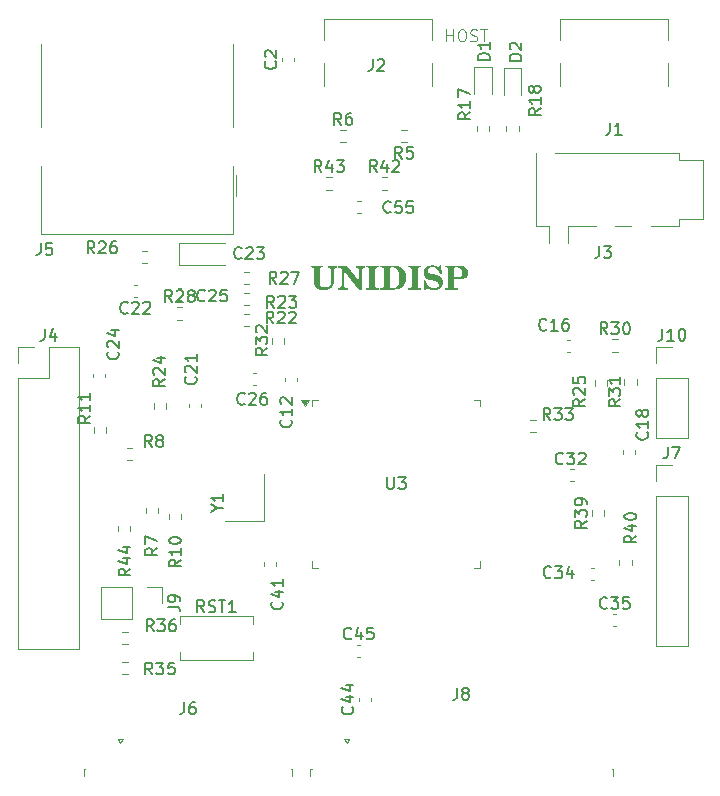
<source format=gbr>
%TF.GenerationSoftware,KiCad,Pcbnew,8.0.3-8.0.3-0~ubuntu24.04.1*%
%TF.CreationDate,2024-07-16T09:03:33+03:00*%
%TF.ProjectId,displinux,64697370-6c69-46e7-9578-2e6b69636164,rev?*%
%TF.SameCoordinates,Original*%
%TF.FileFunction,Legend,Top*%
%TF.FilePolarity,Positive*%
%FSLAX46Y46*%
G04 Gerber Fmt 4.6, Leading zero omitted, Abs format (unit mm)*
G04 Created by KiCad (PCBNEW 8.0.3-8.0.3-0~ubuntu24.04.1) date 2024-07-16 09:03:33*
%MOMM*%
%LPD*%
G01*
G04 APERTURE LIST*
%ADD10C,0.100000*%
%ADD11C,0.400000*%
%ADD12C,0.150000*%
%ADD13C,0.120000*%
G04 APERTURE END LIST*
D10*
X250393884Y-52452419D02*
X250393884Y-51452419D01*
X250393884Y-51928609D02*
X250965312Y-51928609D01*
X250965312Y-52452419D02*
X250965312Y-51452419D01*
X251631979Y-51452419D02*
X251822455Y-51452419D01*
X251822455Y-51452419D02*
X251917693Y-51500038D01*
X251917693Y-51500038D02*
X252012931Y-51595276D01*
X252012931Y-51595276D02*
X252060550Y-51785752D01*
X252060550Y-51785752D02*
X252060550Y-52119085D01*
X252060550Y-52119085D02*
X252012931Y-52309561D01*
X252012931Y-52309561D02*
X251917693Y-52404800D01*
X251917693Y-52404800D02*
X251822455Y-52452419D01*
X251822455Y-52452419D02*
X251631979Y-52452419D01*
X251631979Y-52452419D02*
X251536741Y-52404800D01*
X251536741Y-52404800D02*
X251441503Y-52309561D01*
X251441503Y-52309561D02*
X251393884Y-52119085D01*
X251393884Y-52119085D02*
X251393884Y-51785752D01*
X251393884Y-51785752D02*
X251441503Y-51595276D01*
X251441503Y-51595276D02*
X251536741Y-51500038D01*
X251536741Y-51500038D02*
X251631979Y-51452419D01*
X252441503Y-52404800D02*
X252584360Y-52452419D01*
X252584360Y-52452419D02*
X252822455Y-52452419D01*
X252822455Y-52452419D02*
X252917693Y-52404800D01*
X252917693Y-52404800D02*
X252965312Y-52357180D01*
X252965312Y-52357180D02*
X253012931Y-52261942D01*
X253012931Y-52261942D02*
X253012931Y-52166704D01*
X253012931Y-52166704D02*
X252965312Y-52071466D01*
X252965312Y-52071466D02*
X252917693Y-52023847D01*
X252917693Y-52023847D02*
X252822455Y-51976228D01*
X252822455Y-51976228D02*
X252631979Y-51928609D01*
X252631979Y-51928609D02*
X252536741Y-51880990D01*
X252536741Y-51880990D02*
X252489122Y-51833371D01*
X252489122Y-51833371D02*
X252441503Y-51738133D01*
X252441503Y-51738133D02*
X252441503Y-51642895D01*
X252441503Y-51642895D02*
X252489122Y-51547657D01*
X252489122Y-51547657D02*
X252536741Y-51500038D01*
X252536741Y-51500038D02*
X252631979Y-51452419D01*
X252631979Y-51452419D02*
X252870074Y-51452419D01*
X252870074Y-51452419D02*
X253012931Y-51500038D01*
X253298646Y-51452419D02*
X253870074Y-51452419D01*
X253584360Y-52452419D02*
X253584360Y-51452419D01*
D11*
G36*
X238911521Y-71599330D02*
G01*
X238953531Y-71599330D01*
X239058288Y-71602180D01*
X239157824Y-71621792D01*
X239183607Y-71641339D01*
X239202712Y-71739837D01*
X239203147Y-71851388D01*
X239203147Y-72738967D01*
X239204632Y-72840889D01*
X239210649Y-72943660D01*
X239224215Y-73041482D01*
X239253387Y-73141717D01*
X239275931Y-73189351D01*
X239341097Y-73280567D01*
X239428461Y-73357089D01*
X239513816Y-73407514D01*
X239612489Y-73448174D01*
X239724084Y-73478908D01*
X239848208Y-73499555D01*
X239949285Y-73508324D01*
X240057020Y-73511263D01*
X240184893Y-73506769D01*
X240300110Y-73493082D01*
X240403431Y-73469892D01*
X240495619Y-73436891D01*
X240596356Y-73381370D01*
X240682372Y-73309432D01*
X240755155Y-73220473D01*
X240768255Y-73200586D01*
X240817157Y-73102255D01*
X240845071Y-73002383D01*
X240859682Y-72895491D01*
X240866336Y-72784747D01*
X240868617Y-72678339D01*
X240868883Y-72618311D01*
X240868883Y-72055575D01*
X240869906Y-71932908D01*
X240878164Y-71833986D01*
X240907926Y-71724665D01*
X240976008Y-71646313D01*
X241069676Y-71611684D01*
X241177117Y-71599330D01*
X241177117Y-71447899D01*
X240378932Y-71447899D01*
X240378932Y-71599330D01*
X240484226Y-71611684D01*
X240576167Y-71646313D01*
X240643113Y-71724665D01*
X240672390Y-71833986D01*
X240680453Y-71932908D01*
X240681304Y-72055575D01*
X240681304Y-72618311D01*
X240680429Y-72717468D01*
X240676766Y-72816086D01*
X240666559Y-72918783D01*
X240640410Y-73020435D01*
X240633921Y-73035478D01*
X240580034Y-73125529D01*
X240509672Y-73197207D01*
X240422953Y-73250377D01*
X240319993Y-73284903D01*
X240221869Y-73299335D01*
X240157648Y-73301702D01*
X240057549Y-73295225D01*
X239958385Y-73271827D01*
X239865701Y-73224834D01*
X239799588Y-73164438D01*
X239750788Y-73075259D01*
X239724646Y-72977288D01*
X239711253Y-72871718D01*
X239706867Y-72766218D01*
X239706775Y-72747271D01*
X239706775Y-71851388D01*
X239707088Y-71749119D01*
X239720193Y-71651226D01*
X239726803Y-71641339D01*
X239825655Y-71604507D01*
X239931628Y-71599463D01*
X239958834Y-71599330D01*
X240000844Y-71599330D01*
X240000844Y-71447899D01*
X238911521Y-71447899D01*
X238911521Y-71599330D01*
G37*
G36*
X241956741Y-71447899D02*
G01*
X241251367Y-71447899D01*
X241251367Y-71602749D01*
X241351057Y-71617118D01*
X241446608Y-71660774D01*
X241526748Y-71733230D01*
X241547878Y-71760530D01*
X241547878Y-72869392D01*
X241547027Y-72992887D01*
X241538963Y-73092470D01*
X241509687Y-73202509D01*
X241442740Y-73281353D01*
X241350800Y-73316173D01*
X241245505Y-73328569D01*
X241245505Y-73480000D01*
X242043691Y-73480000D01*
X242043691Y-73328569D01*
X241936249Y-73316173D01*
X241842582Y-73281353D01*
X241774499Y-73202509D01*
X241744738Y-73092470D01*
X241736479Y-72992887D01*
X241735457Y-72869392D01*
X241735457Y-71943224D01*
X243037759Y-73511263D01*
X243225338Y-73511263D01*
X243225338Y-72061926D01*
X243225619Y-71937645D01*
X243233726Y-71837230D01*
X243257227Y-71741582D01*
X243320512Y-71654961D01*
X243426765Y-71611764D01*
X243533572Y-71600307D01*
X243533572Y-71447899D01*
X242735387Y-71447899D01*
X242735387Y-71600307D01*
X242840651Y-71611764D01*
X242932508Y-71646434D01*
X242999365Y-71726057D01*
X243028639Y-71837230D01*
X243036768Y-71937645D01*
X243037759Y-72061926D01*
X243037759Y-72727732D01*
X241956741Y-71447899D01*
G37*
G36*
X243610265Y-73480000D02*
G01*
X244699588Y-73480000D01*
X244699588Y-73328569D01*
X244657578Y-73328569D01*
X244551073Y-73325707D01*
X244450811Y-73305900D01*
X244425059Y-73286071D01*
X244405954Y-73187210D01*
X244405519Y-73075045D01*
X244405519Y-71853342D01*
X244405825Y-71750501D01*
X244418609Y-71651878D01*
X244425059Y-71641828D01*
X244516037Y-71605938D01*
X244617459Y-71600121D01*
X244657578Y-71599818D01*
X244699588Y-71599818D01*
X244699588Y-71447899D01*
X243610265Y-71447899D01*
X243610265Y-71599818D01*
X243652274Y-71599818D01*
X243756937Y-71602669D01*
X243856156Y-71622281D01*
X243881863Y-71641828D01*
X243900967Y-71741166D01*
X243901402Y-71853342D01*
X243901402Y-73075045D01*
X243901097Y-73177879D01*
X243888312Y-73276182D01*
X243881863Y-73286071D01*
X243783479Y-73323365D01*
X243679046Y-73328435D01*
X243652274Y-73328569D01*
X243610265Y-73328569D01*
X243610265Y-73480000D01*
G37*
G36*
X245861021Y-71448016D02*
G01*
X245963980Y-71449819D01*
X246087406Y-71455837D01*
X246196682Y-71466343D01*
X246293639Y-71481727D01*
X246400302Y-71508408D01*
X246494156Y-71544078D01*
X246594912Y-71599818D01*
X246642714Y-71633834D01*
X246729422Y-71709681D01*
X246804155Y-71795756D01*
X246866775Y-71891822D01*
X246917144Y-71997646D01*
X246955126Y-72112992D01*
X246980582Y-72237626D01*
X246991372Y-72337056D01*
X246994982Y-72441479D01*
X246993380Y-72512863D01*
X246985025Y-72616182D01*
X246969642Y-72714787D01*
X246938413Y-72838526D01*
X246895209Y-72952923D01*
X246840327Y-73057429D01*
X246774064Y-73151493D01*
X246696720Y-73234566D01*
X246608590Y-73306099D01*
X246523286Y-73358751D01*
X246428762Y-73401195D01*
X246323241Y-73433957D01*
X246204945Y-73457563D01*
X246099916Y-73470207D01*
X245984663Y-73477596D01*
X245858276Y-73480000D01*
X244827571Y-73480000D01*
X244827571Y-73328569D01*
X244869581Y-73328569D01*
X244896357Y-73328435D01*
X245000914Y-73323365D01*
X245099169Y-73286071D01*
X245105780Y-73276182D01*
X245118884Y-73177879D01*
X245119197Y-73075045D01*
X245119197Y-71853342D01*
X245118861Y-71768834D01*
X245622826Y-71768834D01*
X245622826Y-73145387D01*
X245629023Y-73237688D01*
X245688686Y-73315383D01*
X245790865Y-73328569D01*
X245849972Y-73328569D01*
X245936041Y-73323310D01*
X246033184Y-73303745D01*
X246135270Y-73264059D01*
X246221910Y-73207912D01*
X246289609Y-73137083D01*
X246321655Y-73083000D01*
X246363662Y-72979146D01*
X246392385Y-72874743D01*
X246414693Y-72756989D01*
X246427476Y-72654993D01*
X246435394Y-72547570D01*
X246438108Y-72436106D01*
X246437557Y-72384153D01*
X246429268Y-72238464D01*
X246410978Y-72107965D01*
X246382623Y-71992569D01*
X246344142Y-71892193D01*
X246276972Y-71781577D01*
X246191538Y-71697311D01*
X246087691Y-71639197D01*
X245965283Y-71607032D01*
X245861207Y-71599818D01*
X245790865Y-71599818D01*
X245713699Y-71608373D01*
X245633856Y-71666522D01*
X245622826Y-71768834D01*
X245118861Y-71768834D01*
X245118751Y-71741166D01*
X245099169Y-71641828D01*
X245073669Y-71622281D01*
X244974327Y-71602669D01*
X244869581Y-71599818D01*
X244827571Y-71599818D01*
X244827571Y-71447899D01*
X245824570Y-71447899D01*
X245861021Y-71448016D01*
G37*
G36*
X247184026Y-73480000D02*
G01*
X248273349Y-73480000D01*
X248273349Y-73328569D01*
X248231339Y-73328569D01*
X248124834Y-73325707D01*
X248024573Y-73305900D01*
X247998820Y-73286071D01*
X247979715Y-73187210D01*
X247979281Y-73075045D01*
X247979281Y-71853342D01*
X247979586Y-71750501D01*
X247992371Y-71651878D01*
X247998820Y-71641828D01*
X248089799Y-71605938D01*
X248191220Y-71600121D01*
X248231339Y-71599818D01*
X248273349Y-71599818D01*
X248273349Y-71447899D01*
X247184026Y-71447899D01*
X247184026Y-71599818D01*
X247226036Y-71599818D01*
X247330699Y-71602669D01*
X247429918Y-71622281D01*
X247455624Y-71641828D01*
X247474729Y-71741166D01*
X247475163Y-71853342D01*
X247475163Y-73075045D01*
X247474858Y-73177879D01*
X247462074Y-73276182D01*
X247455624Y-73286071D01*
X247357240Y-73323365D01*
X247252807Y-73328435D01*
X247226036Y-73328569D01*
X247184026Y-73328569D01*
X247184026Y-73480000D01*
G37*
G36*
X249994773Y-71439106D02*
G01*
X249868743Y-71439106D01*
X249723175Y-71568066D01*
X249633277Y-71514548D01*
X249544332Y-71473356D01*
X249438365Y-71440000D01*
X249326175Y-71421485D01*
X249221988Y-71416636D01*
X249103687Y-71423160D01*
X248993561Y-71442293D01*
X248892365Y-71473379D01*
X248800855Y-71515760D01*
X248695218Y-71588705D01*
X248609936Y-71679006D01*
X248546802Y-71785107D01*
X248507608Y-71905450D01*
X248495000Y-72004117D01*
X248494145Y-72038478D01*
X248505833Y-72161107D01*
X248540391Y-72273867D01*
X248597056Y-72376003D01*
X248675068Y-72466758D01*
X248773664Y-72545378D01*
X248860663Y-72595923D01*
X248958491Y-72638899D01*
X249066828Y-72673986D01*
X249185352Y-72700865D01*
X249359253Y-72734082D01*
X249461750Y-72753771D01*
X249561647Y-72777215D01*
X249655344Y-72814289D01*
X249661625Y-72817613D01*
X249739858Y-72886642D01*
X249778450Y-72977650D01*
X249784724Y-73040362D01*
X249768379Y-73143669D01*
X249721354Y-73230025D01*
X249646663Y-73297112D01*
X249547320Y-73342613D01*
X249447876Y-73362368D01*
X249381723Y-73365694D01*
X249265018Y-73354237D01*
X249152967Y-73320478D01*
X249046560Y-73265333D01*
X248946788Y-73189717D01*
X248876908Y-73120122D01*
X248811736Y-73039914D01*
X248751688Y-72949479D01*
X248697182Y-72849204D01*
X248648637Y-72739475D01*
X248633852Y-72700865D01*
X248491214Y-72700865D01*
X248507822Y-73489281D01*
X248633852Y-73489281D01*
X248807752Y-73324173D01*
X248904563Y-73389145D01*
X249004387Y-73439826D01*
X249109003Y-73476662D01*
X249220187Y-73500096D01*
X249319141Y-73509708D01*
X249381723Y-73511263D01*
X249500866Y-73504250D01*
X249612095Y-73483703D01*
X249714578Y-73450358D01*
X249807484Y-73404951D01*
X249889984Y-73348220D01*
X249961246Y-73280901D01*
X250037344Y-73175944D01*
X250079154Y-73086784D01*
X250106956Y-72989490D01*
X250119921Y-72884800D01*
X250120802Y-72848387D01*
X250110830Y-72722964D01*
X250080410Y-72611434D01*
X250028787Y-72513035D01*
X249955205Y-72427008D01*
X249858909Y-72352589D01*
X249771325Y-72303935D01*
X249670221Y-72261063D01*
X249555277Y-72223649D01*
X249426175Y-72191374D01*
X249291842Y-72160600D01*
X249191507Y-72141185D01*
X249094616Y-72121154D01*
X249006566Y-72094166D01*
X248913622Y-72047987D01*
X248846924Y-71976442D01*
X248816779Y-71873349D01*
X248816057Y-71851877D01*
X248837600Y-71748523D01*
X248898365Y-71663862D01*
X248992553Y-71602281D01*
X249095493Y-71571192D01*
X249194145Y-71562693D01*
X249300436Y-71572076D01*
X249400957Y-71600200D01*
X249495708Y-71647031D01*
X249584689Y-71712536D01*
X249667899Y-71796680D01*
X249745340Y-71899428D01*
X249799633Y-71988677D01*
X249850681Y-72088358D01*
X249882909Y-72160600D01*
X250031409Y-72160600D01*
X249994773Y-71439106D01*
G37*
G36*
X251469086Y-71448657D02*
G01*
X251583290Y-71453417D01*
X251684381Y-71462811D01*
X251791641Y-71480624D01*
X251887350Y-71506066D01*
X251989748Y-71546085D01*
X252022468Y-71562851D01*
X252109572Y-71624746D01*
X252179237Y-71702561D01*
X252230361Y-71794401D01*
X252261843Y-71898375D01*
X252272581Y-72012588D01*
X252271712Y-72048884D01*
X252258677Y-72150928D01*
X252217032Y-72270990D01*
X252147749Y-72372722D01*
X252050931Y-72456072D01*
X251960310Y-72506492D01*
X251854303Y-72546521D01*
X251732952Y-72576139D01*
X251596302Y-72595322D01*
X251496723Y-72602304D01*
X251390376Y-72604633D01*
X251076769Y-72604633D01*
X251076769Y-73074068D01*
X251077203Y-73186392D01*
X251096308Y-73288513D01*
X251122060Y-73306648D01*
X251222322Y-73325284D01*
X251328827Y-73328080D01*
X251390376Y-73328080D01*
X251390376Y-73480000D01*
X250281514Y-73480000D01*
X250281514Y-73328080D01*
X250323524Y-73328080D01*
X250350300Y-73327947D01*
X250454857Y-73323031D01*
X250553112Y-73288513D01*
X250560914Y-73274980D01*
X250572346Y-73177024D01*
X250572651Y-73074068D01*
X250572651Y-71855296D01*
X250572323Y-71770788D01*
X251076769Y-71770788D01*
X251076769Y-72450760D01*
X251239434Y-72450760D01*
X251364236Y-72445070D01*
X251468664Y-72427313D01*
X251572302Y-72386577D01*
X251648152Y-72323364D01*
X251698461Y-72235661D01*
X251725477Y-72121456D01*
X251731828Y-72009658D01*
X251722918Y-71889195D01*
X251695758Y-71790707D01*
X251638161Y-71700629D01*
X251552228Y-71640176D01*
X251458163Y-71611633D01*
X251342993Y-71602260D01*
X251230642Y-71602260D01*
X251160965Y-71607805D01*
X251085774Y-71671959D01*
X251076769Y-71770788D01*
X250572323Y-71770788D01*
X250572217Y-71743362D01*
X250553112Y-71641339D01*
X250527611Y-71623487D01*
X250428270Y-71605046D01*
X250323524Y-71602260D01*
X250281514Y-71602260D01*
X250281514Y-71447899D01*
X251393307Y-71447899D01*
X251469086Y-71448657D01*
G37*
D12*
X236007142Y-72974819D02*
X235673809Y-72498628D01*
X235435714Y-72974819D02*
X235435714Y-71974819D01*
X235435714Y-71974819D02*
X235816666Y-71974819D01*
X235816666Y-71974819D02*
X235911904Y-72022438D01*
X235911904Y-72022438D02*
X235959523Y-72070057D01*
X235959523Y-72070057D02*
X236007142Y-72165295D01*
X236007142Y-72165295D02*
X236007142Y-72308152D01*
X236007142Y-72308152D02*
X235959523Y-72403390D01*
X235959523Y-72403390D02*
X235911904Y-72451009D01*
X235911904Y-72451009D02*
X235816666Y-72498628D01*
X235816666Y-72498628D02*
X235435714Y-72498628D01*
X236388095Y-72070057D02*
X236435714Y-72022438D01*
X236435714Y-72022438D02*
X236530952Y-71974819D01*
X236530952Y-71974819D02*
X236769047Y-71974819D01*
X236769047Y-71974819D02*
X236864285Y-72022438D01*
X236864285Y-72022438D02*
X236911904Y-72070057D01*
X236911904Y-72070057D02*
X236959523Y-72165295D01*
X236959523Y-72165295D02*
X236959523Y-72260533D01*
X236959523Y-72260533D02*
X236911904Y-72403390D01*
X236911904Y-72403390D02*
X236340476Y-72974819D01*
X236340476Y-72974819D02*
X236959523Y-72974819D01*
X237292857Y-71974819D02*
X237959523Y-71974819D01*
X237959523Y-71974819D02*
X237530952Y-72974819D01*
X264012142Y-100409580D02*
X263964523Y-100457200D01*
X263964523Y-100457200D02*
X263821666Y-100504819D01*
X263821666Y-100504819D02*
X263726428Y-100504819D01*
X263726428Y-100504819D02*
X263583571Y-100457200D01*
X263583571Y-100457200D02*
X263488333Y-100361961D01*
X263488333Y-100361961D02*
X263440714Y-100266723D01*
X263440714Y-100266723D02*
X263393095Y-100076247D01*
X263393095Y-100076247D02*
X263393095Y-99933390D01*
X263393095Y-99933390D02*
X263440714Y-99742914D01*
X263440714Y-99742914D02*
X263488333Y-99647676D01*
X263488333Y-99647676D02*
X263583571Y-99552438D01*
X263583571Y-99552438D02*
X263726428Y-99504819D01*
X263726428Y-99504819D02*
X263821666Y-99504819D01*
X263821666Y-99504819D02*
X263964523Y-99552438D01*
X263964523Y-99552438D02*
X264012142Y-99600057D01*
X264345476Y-99504819D02*
X264964523Y-99504819D01*
X264964523Y-99504819D02*
X264631190Y-99885771D01*
X264631190Y-99885771D02*
X264774047Y-99885771D01*
X264774047Y-99885771D02*
X264869285Y-99933390D01*
X264869285Y-99933390D02*
X264916904Y-99981009D01*
X264916904Y-99981009D02*
X264964523Y-100076247D01*
X264964523Y-100076247D02*
X264964523Y-100314342D01*
X264964523Y-100314342D02*
X264916904Y-100409580D01*
X264916904Y-100409580D02*
X264869285Y-100457200D01*
X264869285Y-100457200D02*
X264774047Y-100504819D01*
X264774047Y-100504819D02*
X264488333Y-100504819D01*
X264488333Y-100504819D02*
X264393095Y-100457200D01*
X264393095Y-100457200D02*
X264345476Y-100409580D01*
X265869285Y-99504819D02*
X265393095Y-99504819D01*
X265393095Y-99504819D02*
X265345476Y-99981009D01*
X265345476Y-99981009D02*
X265393095Y-99933390D01*
X265393095Y-99933390D02*
X265488333Y-99885771D01*
X265488333Y-99885771D02*
X265726428Y-99885771D01*
X265726428Y-99885771D02*
X265821666Y-99933390D01*
X265821666Y-99933390D02*
X265869285Y-99981009D01*
X265869285Y-99981009D02*
X265916904Y-100076247D01*
X265916904Y-100076247D02*
X265916904Y-100314342D01*
X265916904Y-100314342D02*
X265869285Y-100409580D01*
X265869285Y-100409580D02*
X265821666Y-100457200D01*
X265821666Y-100457200D02*
X265726428Y-100504819D01*
X265726428Y-100504819D02*
X265488333Y-100504819D01*
X265488333Y-100504819D02*
X265393095Y-100457200D01*
X265393095Y-100457200D02*
X265345476Y-100409580D01*
X225934819Y-95356666D02*
X225458628Y-95689999D01*
X225934819Y-95928094D02*
X224934819Y-95928094D01*
X224934819Y-95928094D02*
X224934819Y-95547142D01*
X224934819Y-95547142D02*
X224982438Y-95451904D01*
X224982438Y-95451904D02*
X225030057Y-95404285D01*
X225030057Y-95404285D02*
X225125295Y-95356666D01*
X225125295Y-95356666D02*
X225268152Y-95356666D01*
X225268152Y-95356666D02*
X225363390Y-95404285D01*
X225363390Y-95404285D02*
X225411009Y-95451904D01*
X225411009Y-95451904D02*
X225458628Y-95547142D01*
X225458628Y-95547142D02*
X225458628Y-95928094D01*
X224934819Y-95023332D02*
X224934819Y-94356666D01*
X224934819Y-94356666D02*
X225934819Y-94785237D01*
X233067142Y-70799580D02*
X233019523Y-70847200D01*
X233019523Y-70847200D02*
X232876666Y-70894819D01*
X232876666Y-70894819D02*
X232781428Y-70894819D01*
X232781428Y-70894819D02*
X232638571Y-70847200D01*
X232638571Y-70847200D02*
X232543333Y-70751961D01*
X232543333Y-70751961D02*
X232495714Y-70656723D01*
X232495714Y-70656723D02*
X232448095Y-70466247D01*
X232448095Y-70466247D02*
X232448095Y-70323390D01*
X232448095Y-70323390D02*
X232495714Y-70132914D01*
X232495714Y-70132914D02*
X232543333Y-70037676D01*
X232543333Y-70037676D02*
X232638571Y-69942438D01*
X232638571Y-69942438D02*
X232781428Y-69894819D01*
X232781428Y-69894819D02*
X232876666Y-69894819D01*
X232876666Y-69894819D02*
X233019523Y-69942438D01*
X233019523Y-69942438D02*
X233067142Y-69990057D01*
X233448095Y-69990057D02*
X233495714Y-69942438D01*
X233495714Y-69942438D02*
X233590952Y-69894819D01*
X233590952Y-69894819D02*
X233829047Y-69894819D01*
X233829047Y-69894819D02*
X233924285Y-69942438D01*
X233924285Y-69942438D02*
X233971904Y-69990057D01*
X233971904Y-69990057D02*
X234019523Y-70085295D01*
X234019523Y-70085295D02*
X234019523Y-70180533D01*
X234019523Y-70180533D02*
X233971904Y-70323390D01*
X233971904Y-70323390D02*
X233400476Y-70894819D01*
X233400476Y-70894819D02*
X234019523Y-70894819D01*
X234352857Y-69894819D02*
X234971904Y-69894819D01*
X234971904Y-69894819D02*
X234638571Y-70275771D01*
X234638571Y-70275771D02*
X234781428Y-70275771D01*
X234781428Y-70275771D02*
X234876666Y-70323390D01*
X234876666Y-70323390D02*
X234924285Y-70371009D01*
X234924285Y-70371009D02*
X234971904Y-70466247D01*
X234971904Y-70466247D02*
X234971904Y-70704342D01*
X234971904Y-70704342D02*
X234924285Y-70799580D01*
X234924285Y-70799580D02*
X234876666Y-70847200D01*
X234876666Y-70847200D02*
X234781428Y-70894819D01*
X234781428Y-70894819D02*
X234495714Y-70894819D01*
X234495714Y-70894819D02*
X234400476Y-70847200D01*
X234400476Y-70847200D02*
X234352857Y-70799580D01*
X228206666Y-108404819D02*
X228206666Y-109119104D01*
X228206666Y-109119104D02*
X228159047Y-109261961D01*
X228159047Y-109261961D02*
X228063809Y-109357200D01*
X228063809Y-109357200D02*
X227920952Y-109404819D01*
X227920952Y-109404819D02*
X227825714Y-109404819D01*
X229111428Y-108404819D02*
X228920952Y-108404819D01*
X228920952Y-108404819D02*
X228825714Y-108452438D01*
X228825714Y-108452438D02*
X228778095Y-108500057D01*
X228778095Y-108500057D02*
X228682857Y-108642914D01*
X228682857Y-108642914D02*
X228635238Y-108833390D01*
X228635238Y-108833390D02*
X228635238Y-109214342D01*
X228635238Y-109214342D02*
X228682857Y-109309580D01*
X228682857Y-109309580D02*
X228730476Y-109357200D01*
X228730476Y-109357200D02*
X228825714Y-109404819D01*
X228825714Y-109404819D02*
X229016190Y-109404819D01*
X229016190Y-109404819D02*
X229111428Y-109357200D01*
X229111428Y-109357200D02*
X229159047Y-109309580D01*
X229159047Y-109309580D02*
X229206666Y-109214342D01*
X229206666Y-109214342D02*
X229206666Y-108976247D01*
X229206666Y-108976247D02*
X229159047Y-108881009D01*
X229159047Y-108881009D02*
X229111428Y-108833390D01*
X229111428Y-108833390D02*
X229016190Y-108785771D01*
X229016190Y-108785771D02*
X228825714Y-108785771D01*
X228825714Y-108785771D02*
X228730476Y-108833390D01*
X228730476Y-108833390D02*
X228682857Y-108881009D01*
X228682857Y-108881009D02*
X228635238Y-108976247D01*
X223664819Y-97102857D02*
X223188628Y-97436190D01*
X223664819Y-97674285D02*
X222664819Y-97674285D01*
X222664819Y-97674285D02*
X222664819Y-97293333D01*
X222664819Y-97293333D02*
X222712438Y-97198095D01*
X222712438Y-97198095D02*
X222760057Y-97150476D01*
X222760057Y-97150476D02*
X222855295Y-97102857D01*
X222855295Y-97102857D02*
X222998152Y-97102857D01*
X222998152Y-97102857D02*
X223093390Y-97150476D01*
X223093390Y-97150476D02*
X223141009Y-97198095D01*
X223141009Y-97198095D02*
X223188628Y-97293333D01*
X223188628Y-97293333D02*
X223188628Y-97674285D01*
X222998152Y-96245714D02*
X223664819Y-96245714D01*
X222617200Y-96483809D02*
X223331485Y-96721904D01*
X223331485Y-96721904D02*
X223331485Y-96102857D01*
X222998152Y-95293333D02*
X223664819Y-95293333D01*
X222617200Y-95531428D02*
X223331485Y-95769523D01*
X223331485Y-95769523D02*
X223331485Y-95150476D01*
X254074819Y-54038094D02*
X253074819Y-54038094D01*
X253074819Y-54038094D02*
X253074819Y-53799999D01*
X253074819Y-53799999D02*
X253122438Y-53657142D01*
X253122438Y-53657142D02*
X253217676Y-53561904D01*
X253217676Y-53561904D02*
X253312914Y-53514285D01*
X253312914Y-53514285D02*
X253503390Y-53466666D01*
X253503390Y-53466666D02*
X253646247Y-53466666D01*
X253646247Y-53466666D02*
X253836723Y-53514285D01*
X253836723Y-53514285D02*
X253931961Y-53561904D01*
X253931961Y-53561904D02*
X254027200Y-53657142D01*
X254027200Y-53657142D02*
X254074819Y-53799999D01*
X254074819Y-53799999D02*
X254074819Y-54038094D01*
X254074819Y-52514285D02*
X254074819Y-53085713D01*
X254074819Y-52799999D02*
X253074819Y-52799999D01*
X253074819Y-52799999D02*
X253217676Y-52895237D01*
X253217676Y-52895237D02*
X253312914Y-52990475D01*
X253312914Y-52990475D02*
X253360533Y-53085713D01*
X264266666Y-59349819D02*
X264266666Y-60064104D01*
X264266666Y-60064104D02*
X264219047Y-60206961D01*
X264219047Y-60206961D02*
X264123809Y-60302200D01*
X264123809Y-60302200D02*
X263980952Y-60349819D01*
X263980952Y-60349819D02*
X263885714Y-60349819D01*
X265266666Y-60349819D02*
X264695238Y-60349819D01*
X264980952Y-60349819D02*
X264980952Y-59349819D01*
X264980952Y-59349819D02*
X264885714Y-59492676D01*
X264885714Y-59492676D02*
X264790476Y-59587914D01*
X264790476Y-59587914D02*
X264695238Y-59635533D01*
X244532142Y-63524819D02*
X244198809Y-63048628D01*
X243960714Y-63524819D02*
X243960714Y-62524819D01*
X243960714Y-62524819D02*
X244341666Y-62524819D01*
X244341666Y-62524819D02*
X244436904Y-62572438D01*
X244436904Y-62572438D02*
X244484523Y-62620057D01*
X244484523Y-62620057D02*
X244532142Y-62715295D01*
X244532142Y-62715295D02*
X244532142Y-62858152D01*
X244532142Y-62858152D02*
X244484523Y-62953390D01*
X244484523Y-62953390D02*
X244436904Y-63001009D01*
X244436904Y-63001009D02*
X244341666Y-63048628D01*
X244341666Y-63048628D02*
X243960714Y-63048628D01*
X245389285Y-62858152D02*
X245389285Y-63524819D01*
X245151190Y-62477200D02*
X244913095Y-63191485D01*
X244913095Y-63191485D02*
X245532142Y-63191485D01*
X245865476Y-62620057D02*
X245913095Y-62572438D01*
X245913095Y-62572438D02*
X246008333Y-62524819D01*
X246008333Y-62524819D02*
X246246428Y-62524819D01*
X246246428Y-62524819D02*
X246341666Y-62572438D01*
X246341666Y-62572438D02*
X246389285Y-62620057D01*
X246389285Y-62620057D02*
X246436904Y-62715295D01*
X246436904Y-62715295D02*
X246436904Y-62810533D01*
X246436904Y-62810533D02*
X246389285Y-62953390D01*
X246389285Y-62953390D02*
X245817857Y-63524819D01*
X245817857Y-63524819D02*
X246436904Y-63524819D01*
X216396666Y-76804819D02*
X216396666Y-77519104D01*
X216396666Y-77519104D02*
X216349047Y-77661961D01*
X216349047Y-77661961D02*
X216253809Y-77757200D01*
X216253809Y-77757200D02*
X216110952Y-77804819D01*
X216110952Y-77804819D02*
X216015714Y-77804819D01*
X217301428Y-77138152D02*
X217301428Y-77804819D01*
X217063333Y-76757200D02*
X216825238Y-77471485D01*
X216825238Y-77471485D02*
X217444285Y-77471485D01*
X227182142Y-74524819D02*
X226848809Y-74048628D01*
X226610714Y-74524819D02*
X226610714Y-73524819D01*
X226610714Y-73524819D02*
X226991666Y-73524819D01*
X226991666Y-73524819D02*
X227086904Y-73572438D01*
X227086904Y-73572438D02*
X227134523Y-73620057D01*
X227134523Y-73620057D02*
X227182142Y-73715295D01*
X227182142Y-73715295D02*
X227182142Y-73858152D01*
X227182142Y-73858152D02*
X227134523Y-73953390D01*
X227134523Y-73953390D02*
X227086904Y-74001009D01*
X227086904Y-74001009D02*
X226991666Y-74048628D01*
X226991666Y-74048628D02*
X226610714Y-74048628D01*
X227563095Y-73620057D02*
X227610714Y-73572438D01*
X227610714Y-73572438D02*
X227705952Y-73524819D01*
X227705952Y-73524819D02*
X227944047Y-73524819D01*
X227944047Y-73524819D02*
X228039285Y-73572438D01*
X228039285Y-73572438D02*
X228086904Y-73620057D01*
X228086904Y-73620057D02*
X228134523Y-73715295D01*
X228134523Y-73715295D02*
X228134523Y-73810533D01*
X228134523Y-73810533D02*
X228086904Y-73953390D01*
X228086904Y-73953390D02*
X227515476Y-74524819D01*
X227515476Y-74524819D02*
X228134523Y-74524819D01*
X228705952Y-73953390D02*
X228610714Y-73905771D01*
X228610714Y-73905771D02*
X228563095Y-73858152D01*
X228563095Y-73858152D02*
X228515476Y-73762914D01*
X228515476Y-73762914D02*
X228515476Y-73715295D01*
X228515476Y-73715295D02*
X228563095Y-73620057D01*
X228563095Y-73620057D02*
X228610714Y-73572438D01*
X228610714Y-73572438D02*
X228705952Y-73524819D01*
X228705952Y-73524819D02*
X228896428Y-73524819D01*
X228896428Y-73524819D02*
X228991666Y-73572438D01*
X228991666Y-73572438D02*
X229039285Y-73620057D01*
X229039285Y-73620057D02*
X229086904Y-73715295D01*
X229086904Y-73715295D02*
X229086904Y-73762914D01*
X229086904Y-73762914D02*
X229039285Y-73858152D01*
X229039285Y-73858152D02*
X228991666Y-73905771D01*
X228991666Y-73905771D02*
X228896428Y-73953390D01*
X228896428Y-73953390D02*
X228705952Y-73953390D01*
X228705952Y-73953390D02*
X228610714Y-74001009D01*
X228610714Y-74001009D02*
X228563095Y-74048628D01*
X228563095Y-74048628D02*
X228515476Y-74143866D01*
X228515476Y-74143866D02*
X228515476Y-74334342D01*
X228515476Y-74334342D02*
X228563095Y-74429580D01*
X228563095Y-74429580D02*
X228610714Y-74477200D01*
X228610714Y-74477200D02*
X228705952Y-74524819D01*
X228705952Y-74524819D02*
X228896428Y-74524819D01*
X228896428Y-74524819D02*
X228991666Y-74477200D01*
X228991666Y-74477200D02*
X229039285Y-74429580D01*
X229039285Y-74429580D02*
X229086904Y-74334342D01*
X229086904Y-74334342D02*
X229086904Y-74143866D01*
X229086904Y-74143866D02*
X229039285Y-74048628D01*
X229039285Y-74048628D02*
X228991666Y-74001009D01*
X228991666Y-74001009D02*
X228896428Y-73953390D01*
X231028628Y-91996190D02*
X231504819Y-91996190D01*
X230504819Y-92329523D02*
X231028628Y-91996190D01*
X231028628Y-91996190D02*
X230504819Y-91662857D01*
X231504819Y-90805714D02*
X231504819Y-91377142D01*
X231504819Y-91091428D02*
X230504819Y-91091428D01*
X230504819Y-91091428D02*
X230647676Y-91186666D01*
X230647676Y-91186666D02*
X230742914Y-91281904D01*
X230742914Y-91281904D02*
X230790533Y-91377142D01*
X235767142Y-76344819D02*
X235433809Y-75868628D01*
X235195714Y-76344819D02*
X235195714Y-75344819D01*
X235195714Y-75344819D02*
X235576666Y-75344819D01*
X235576666Y-75344819D02*
X235671904Y-75392438D01*
X235671904Y-75392438D02*
X235719523Y-75440057D01*
X235719523Y-75440057D02*
X235767142Y-75535295D01*
X235767142Y-75535295D02*
X235767142Y-75678152D01*
X235767142Y-75678152D02*
X235719523Y-75773390D01*
X235719523Y-75773390D02*
X235671904Y-75821009D01*
X235671904Y-75821009D02*
X235576666Y-75868628D01*
X235576666Y-75868628D02*
X235195714Y-75868628D01*
X236148095Y-75440057D02*
X236195714Y-75392438D01*
X236195714Y-75392438D02*
X236290952Y-75344819D01*
X236290952Y-75344819D02*
X236529047Y-75344819D01*
X236529047Y-75344819D02*
X236624285Y-75392438D01*
X236624285Y-75392438D02*
X236671904Y-75440057D01*
X236671904Y-75440057D02*
X236719523Y-75535295D01*
X236719523Y-75535295D02*
X236719523Y-75630533D01*
X236719523Y-75630533D02*
X236671904Y-75773390D01*
X236671904Y-75773390D02*
X236100476Y-76344819D01*
X236100476Y-76344819D02*
X236719523Y-76344819D01*
X237100476Y-75440057D02*
X237148095Y-75392438D01*
X237148095Y-75392438D02*
X237243333Y-75344819D01*
X237243333Y-75344819D02*
X237481428Y-75344819D01*
X237481428Y-75344819D02*
X237576666Y-75392438D01*
X237576666Y-75392438D02*
X237624285Y-75440057D01*
X237624285Y-75440057D02*
X237671904Y-75535295D01*
X237671904Y-75535295D02*
X237671904Y-75630533D01*
X237671904Y-75630533D02*
X237624285Y-75773390D01*
X237624285Y-75773390D02*
X237052857Y-76344819D01*
X237052857Y-76344819D02*
X237671904Y-76344819D01*
X245697142Y-66889580D02*
X245649523Y-66937200D01*
X245649523Y-66937200D02*
X245506666Y-66984819D01*
X245506666Y-66984819D02*
X245411428Y-66984819D01*
X245411428Y-66984819D02*
X245268571Y-66937200D01*
X245268571Y-66937200D02*
X245173333Y-66841961D01*
X245173333Y-66841961D02*
X245125714Y-66746723D01*
X245125714Y-66746723D02*
X245078095Y-66556247D01*
X245078095Y-66556247D02*
X245078095Y-66413390D01*
X245078095Y-66413390D02*
X245125714Y-66222914D01*
X245125714Y-66222914D02*
X245173333Y-66127676D01*
X245173333Y-66127676D02*
X245268571Y-66032438D01*
X245268571Y-66032438D02*
X245411428Y-65984819D01*
X245411428Y-65984819D02*
X245506666Y-65984819D01*
X245506666Y-65984819D02*
X245649523Y-66032438D01*
X245649523Y-66032438D02*
X245697142Y-66080057D01*
X246601904Y-65984819D02*
X246125714Y-65984819D01*
X246125714Y-65984819D02*
X246078095Y-66461009D01*
X246078095Y-66461009D02*
X246125714Y-66413390D01*
X246125714Y-66413390D02*
X246220952Y-66365771D01*
X246220952Y-66365771D02*
X246459047Y-66365771D01*
X246459047Y-66365771D02*
X246554285Y-66413390D01*
X246554285Y-66413390D02*
X246601904Y-66461009D01*
X246601904Y-66461009D02*
X246649523Y-66556247D01*
X246649523Y-66556247D02*
X246649523Y-66794342D01*
X246649523Y-66794342D02*
X246601904Y-66889580D01*
X246601904Y-66889580D02*
X246554285Y-66937200D01*
X246554285Y-66937200D02*
X246459047Y-66984819D01*
X246459047Y-66984819D02*
X246220952Y-66984819D01*
X246220952Y-66984819D02*
X246125714Y-66937200D01*
X246125714Y-66937200D02*
X246078095Y-66889580D01*
X247554285Y-65984819D02*
X247078095Y-65984819D01*
X247078095Y-65984819D02*
X247030476Y-66461009D01*
X247030476Y-66461009D02*
X247078095Y-66413390D01*
X247078095Y-66413390D02*
X247173333Y-66365771D01*
X247173333Y-66365771D02*
X247411428Y-66365771D01*
X247411428Y-66365771D02*
X247506666Y-66413390D01*
X247506666Y-66413390D02*
X247554285Y-66461009D01*
X247554285Y-66461009D02*
X247601904Y-66556247D01*
X247601904Y-66556247D02*
X247601904Y-66794342D01*
X247601904Y-66794342D02*
X247554285Y-66889580D01*
X247554285Y-66889580D02*
X247506666Y-66937200D01*
X247506666Y-66937200D02*
X247411428Y-66984819D01*
X247411428Y-66984819D02*
X247173333Y-66984819D01*
X247173333Y-66984819D02*
X247078095Y-66937200D01*
X247078095Y-66937200D02*
X247030476Y-66889580D01*
X245400595Y-89354819D02*
X245400595Y-90164342D01*
X245400595Y-90164342D02*
X245448214Y-90259580D01*
X245448214Y-90259580D02*
X245495833Y-90307200D01*
X245495833Y-90307200D02*
X245591071Y-90354819D01*
X245591071Y-90354819D02*
X245781547Y-90354819D01*
X245781547Y-90354819D02*
X245876785Y-90307200D01*
X245876785Y-90307200D02*
X245924404Y-90259580D01*
X245924404Y-90259580D02*
X245972023Y-90164342D01*
X245972023Y-90164342D02*
X245972023Y-89354819D01*
X246352976Y-89354819D02*
X246972023Y-89354819D01*
X246972023Y-89354819D02*
X246638690Y-89735771D01*
X246638690Y-89735771D02*
X246781547Y-89735771D01*
X246781547Y-89735771D02*
X246876785Y-89783390D01*
X246876785Y-89783390D02*
X246924404Y-89831009D01*
X246924404Y-89831009D02*
X246972023Y-89926247D01*
X246972023Y-89926247D02*
X246972023Y-90164342D01*
X246972023Y-90164342D02*
X246924404Y-90259580D01*
X246924404Y-90259580D02*
X246876785Y-90307200D01*
X246876785Y-90307200D02*
X246781547Y-90354819D01*
X246781547Y-90354819D02*
X246495833Y-90354819D01*
X246495833Y-90354819D02*
X246400595Y-90307200D01*
X246400595Y-90307200D02*
X246352976Y-90259580D01*
X222589580Y-78742857D02*
X222637200Y-78790476D01*
X222637200Y-78790476D02*
X222684819Y-78933333D01*
X222684819Y-78933333D02*
X222684819Y-79028571D01*
X222684819Y-79028571D02*
X222637200Y-79171428D01*
X222637200Y-79171428D02*
X222541961Y-79266666D01*
X222541961Y-79266666D02*
X222446723Y-79314285D01*
X222446723Y-79314285D02*
X222256247Y-79361904D01*
X222256247Y-79361904D02*
X222113390Y-79361904D01*
X222113390Y-79361904D02*
X221922914Y-79314285D01*
X221922914Y-79314285D02*
X221827676Y-79266666D01*
X221827676Y-79266666D02*
X221732438Y-79171428D01*
X221732438Y-79171428D02*
X221684819Y-79028571D01*
X221684819Y-79028571D02*
X221684819Y-78933333D01*
X221684819Y-78933333D02*
X221732438Y-78790476D01*
X221732438Y-78790476D02*
X221780057Y-78742857D01*
X221780057Y-78361904D02*
X221732438Y-78314285D01*
X221732438Y-78314285D02*
X221684819Y-78219047D01*
X221684819Y-78219047D02*
X221684819Y-77980952D01*
X221684819Y-77980952D02*
X221732438Y-77885714D01*
X221732438Y-77885714D02*
X221780057Y-77838095D01*
X221780057Y-77838095D02*
X221875295Y-77790476D01*
X221875295Y-77790476D02*
X221970533Y-77790476D01*
X221970533Y-77790476D02*
X222113390Y-77838095D01*
X222113390Y-77838095D02*
X222684819Y-78409523D01*
X222684819Y-78409523D02*
X222684819Y-77790476D01*
X222018152Y-76933333D02*
X222684819Y-76933333D01*
X221637200Y-77171428D02*
X222351485Y-77409523D01*
X222351485Y-77409523D02*
X222351485Y-76790476D01*
X262284819Y-93057857D02*
X261808628Y-93391190D01*
X262284819Y-93629285D02*
X261284819Y-93629285D01*
X261284819Y-93629285D02*
X261284819Y-93248333D01*
X261284819Y-93248333D02*
X261332438Y-93153095D01*
X261332438Y-93153095D02*
X261380057Y-93105476D01*
X261380057Y-93105476D02*
X261475295Y-93057857D01*
X261475295Y-93057857D02*
X261618152Y-93057857D01*
X261618152Y-93057857D02*
X261713390Y-93105476D01*
X261713390Y-93105476D02*
X261761009Y-93153095D01*
X261761009Y-93153095D02*
X261808628Y-93248333D01*
X261808628Y-93248333D02*
X261808628Y-93629285D01*
X261284819Y-92724523D02*
X261284819Y-92105476D01*
X261284819Y-92105476D02*
X261665771Y-92438809D01*
X261665771Y-92438809D02*
X261665771Y-92295952D01*
X261665771Y-92295952D02*
X261713390Y-92200714D01*
X261713390Y-92200714D02*
X261761009Y-92153095D01*
X261761009Y-92153095D02*
X261856247Y-92105476D01*
X261856247Y-92105476D02*
X262094342Y-92105476D01*
X262094342Y-92105476D02*
X262189580Y-92153095D01*
X262189580Y-92153095D02*
X262237200Y-92200714D01*
X262237200Y-92200714D02*
X262284819Y-92295952D01*
X262284819Y-92295952D02*
X262284819Y-92581666D01*
X262284819Y-92581666D02*
X262237200Y-92676904D01*
X262237200Y-92676904D02*
X262189580Y-92724523D01*
X262284819Y-91629285D02*
X262284819Y-91438809D01*
X262284819Y-91438809D02*
X262237200Y-91343571D01*
X262237200Y-91343571D02*
X262189580Y-91295952D01*
X262189580Y-91295952D02*
X262046723Y-91200714D01*
X262046723Y-91200714D02*
X261856247Y-91153095D01*
X261856247Y-91153095D02*
X261475295Y-91153095D01*
X261475295Y-91153095D02*
X261380057Y-91200714D01*
X261380057Y-91200714D02*
X261332438Y-91248333D01*
X261332438Y-91248333D02*
X261284819Y-91343571D01*
X261284819Y-91343571D02*
X261284819Y-91534047D01*
X261284819Y-91534047D02*
X261332438Y-91629285D01*
X261332438Y-91629285D02*
X261380057Y-91676904D01*
X261380057Y-91676904D02*
X261475295Y-91724523D01*
X261475295Y-91724523D02*
X261713390Y-91724523D01*
X261713390Y-91724523D02*
X261808628Y-91676904D01*
X261808628Y-91676904D02*
X261856247Y-91629285D01*
X261856247Y-91629285D02*
X261903866Y-91534047D01*
X261903866Y-91534047D02*
X261903866Y-91343571D01*
X261903866Y-91343571D02*
X261856247Y-91248333D01*
X261856247Y-91248333D02*
X261808628Y-91200714D01*
X261808628Y-91200714D02*
X261713390Y-91153095D01*
X220607142Y-70404819D02*
X220273809Y-69928628D01*
X220035714Y-70404819D02*
X220035714Y-69404819D01*
X220035714Y-69404819D02*
X220416666Y-69404819D01*
X220416666Y-69404819D02*
X220511904Y-69452438D01*
X220511904Y-69452438D02*
X220559523Y-69500057D01*
X220559523Y-69500057D02*
X220607142Y-69595295D01*
X220607142Y-69595295D02*
X220607142Y-69738152D01*
X220607142Y-69738152D02*
X220559523Y-69833390D01*
X220559523Y-69833390D02*
X220511904Y-69881009D01*
X220511904Y-69881009D02*
X220416666Y-69928628D01*
X220416666Y-69928628D02*
X220035714Y-69928628D01*
X220988095Y-69500057D02*
X221035714Y-69452438D01*
X221035714Y-69452438D02*
X221130952Y-69404819D01*
X221130952Y-69404819D02*
X221369047Y-69404819D01*
X221369047Y-69404819D02*
X221464285Y-69452438D01*
X221464285Y-69452438D02*
X221511904Y-69500057D01*
X221511904Y-69500057D02*
X221559523Y-69595295D01*
X221559523Y-69595295D02*
X221559523Y-69690533D01*
X221559523Y-69690533D02*
X221511904Y-69833390D01*
X221511904Y-69833390D02*
X220940476Y-70404819D01*
X220940476Y-70404819D02*
X221559523Y-70404819D01*
X222416666Y-69404819D02*
X222226190Y-69404819D01*
X222226190Y-69404819D02*
X222130952Y-69452438D01*
X222130952Y-69452438D02*
X222083333Y-69500057D01*
X222083333Y-69500057D02*
X221988095Y-69642914D01*
X221988095Y-69642914D02*
X221940476Y-69833390D01*
X221940476Y-69833390D02*
X221940476Y-70214342D01*
X221940476Y-70214342D02*
X221988095Y-70309580D01*
X221988095Y-70309580D02*
X222035714Y-70357200D01*
X222035714Y-70357200D02*
X222130952Y-70404819D01*
X222130952Y-70404819D02*
X222321428Y-70404819D01*
X222321428Y-70404819D02*
X222416666Y-70357200D01*
X222416666Y-70357200D02*
X222464285Y-70309580D01*
X222464285Y-70309580D02*
X222511904Y-70214342D01*
X222511904Y-70214342D02*
X222511904Y-69976247D01*
X222511904Y-69976247D02*
X222464285Y-69881009D01*
X222464285Y-69881009D02*
X222416666Y-69833390D01*
X222416666Y-69833390D02*
X222321428Y-69785771D01*
X222321428Y-69785771D02*
X222130952Y-69785771D01*
X222130952Y-69785771D02*
X222035714Y-69833390D01*
X222035714Y-69833390D02*
X221988095Y-69881009D01*
X221988095Y-69881009D02*
X221940476Y-69976247D01*
X235254819Y-78412857D02*
X234778628Y-78746190D01*
X235254819Y-78984285D02*
X234254819Y-78984285D01*
X234254819Y-78984285D02*
X234254819Y-78603333D01*
X234254819Y-78603333D02*
X234302438Y-78508095D01*
X234302438Y-78508095D02*
X234350057Y-78460476D01*
X234350057Y-78460476D02*
X234445295Y-78412857D01*
X234445295Y-78412857D02*
X234588152Y-78412857D01*
X234588152Y-78412857D02*
X234683390Y-78460476D01*
X234683390Y-78460476D02*
X234731009Y-78508095D01*
X234731009Y-78508095D02*
X234778628Y-78603333D01*
X234778628Y-78603333D02*
X234778628Y-78984285D01*
X234254819Y-78079523D02*
X234254819Y-77460476D01*
X234254819Y-77460476D02*
X234635771Y-77793809D01*
X234635771Y-77793809D02*
X234635771Y-77650952D01*
X234635771Y-77650952D02*
X234683390Y-77555714D01*
X234683390Y-77555714D02*
X234731009Y-77508095D01*
X234731009Y-77508095D02*
X234826247Y-77460476D01*
X234826247Y-77460476D02*
X235064342Y-77460476D01*
X235064342Y-77460476D02*
X235159580Y-77508095D01*
X235159580Y-77508095D02*
X235207200Y-77555714D01*
X235207200Y-77555714D02*
X235254819Y-77650952D01*
X235254819Y-77650952D02*
X235254819Y-77936666D01*
X235254819Y-77936666D02*
X235207200Y-78031904D01*
X235207200Y-78031904D02*
X235159580Y-78079523D01*
X234350057Y-77079523D02*
X234302438Y-77031904D01*
X234302438Y-77031904D02*
X234254819Y-76936666D01*
X234254819Y-76936666D02*
X234254819Y-76698571D01*
X234254819Y-76698571D02*
X234302438Y-76603333D01*
X234302438Y-76603333D02*
X234350057Y-76555714D01*
X234350057Y-76555714D02*
X234445295Y-76508095D01*
X234445295Y-76508095D02*
X234540533Y-76508095D01*
X234540533Y-76508095D02*
X234683390Y-76555714D01*
X234683390Y-76555714D02*
X235254819Y-77127142D01*
X235254819Y-77127142D02*
X235254819Y-76508095D01*
X216046666Y-69544819D02*
X216046666Y-70259104D01*
X216046666Y-70259104D02*
X215999047Y-70401961D01*
X215999047Y-70401961D02*
X215903809Y-70497200D01*
X215903809Y-70497200D02*
X215760952Y-70544819D01*
X215760952Y-70544819D02*
X215665714Y-70544819D01*
X216999047Y-69544819D02*
X216522857Y-69544819D01*
X216522857Y-69544819D02*
X216475238Y-70021009D01*
X216475238Y-70021009D02*
X216522857Y-69973390D01*
X216522857Y-69973390D02*
X216618095Y-69925771D01*
X216618095Y-69925771D02*
X216856190Y-69925771D01*
X216856190Y-69925771D02*
X216951428Y-69973390D01*
X216951428Y-69973390D02*
X216999047Y-70021009D01*
X216999047Y-70021009D02*
X217046666Y-70116247D01*
X217046666Y-70116247D02*
X217046666Y-70354342D01*
X217046666Y-70354342D02*
X216999047Y-70449580D01*
X216999047Y-70449580D02*
X216951428Y-70497200D01*
X216951428Y-70497200D02*
X216856190Y-70544819D01*
X216856190Y-70544819D02*
X216618095Y-70544819D01*
X216618095Y-70544819D02*
X216522857Y-70497200D01*
X216522857Y-70497200D02*
X216475238Y-70449580D01*
X229937142Y-74389580D02*
X229889523Y-74437200D01*
X229889523Y-74437200D02*
X229746666Y-74484819D01*
X229746666Y-74484819D02*
X229651428Y-74484819D01*
X229651428Y-74484819D02*
X229508571Y-74437200D01*
X229508571Y-74437200D02*
X229413333Y-74341961D01*
X229413333Y-74341961D02*
X229365714Y-74246723D01*
X229365714Y-74246723D02*
X229318095Y-74056247D01*
X229318095Y-74056247D02*
X229318095Y-73913390D01*
X229318095Y-73913390D02*
X229365714Y-73722914D01*
X229365714Y-73722914D02*
X229413333Y-73627676D01*
X229413333Y-73627676D02*
X229508571Y-73532438D01*
X229508571Y-73532438D02*
X229651428Y-73484819D01*
X229651428Y-73484819D02*
X229746666Y-73484819D01*
X229746666Y-73484819D02*
X229889523Y-73532438D01*
X229889523Y-73532438D02*
X229937142Y-73580057D01*
X230318095Y-73580057D02*
X230365714Y-73532438D01*
X230365714Y-73532438D02*
X230460952Y-73484819D01*
X230460952Y-73484819D02*
X230699047Y-73484819D01*
X230699047Y-73484819D02*
X230794285Y-73532438D01*
X230794285Y-73532438D02*
X230841904Y-73580057D01*
X230841904Y-73580057D02*
X230889523Y-73675295D01*
X230889523Y-73675295D02*
X230889523Y-73770533D01*
X230889523Y-73770533D02*
X230841904Y-73913390D01*
X230841904Y-73913390D02*
X230270476Y-74484819D01*
X230270476Y-74484819D02*
X230889523Y-74484819D01*
X231794285Y-73484819D02*
X231318095Y-73484819D01*
X231318095Y-73484819D02*
X231270476Y-73961009D01*
X231270476Y-73961009D02*
X231318095Y-73913390D01*
X231318095Y-73913390D02*
X231413333Y-73865771D01*
X231413333Y-73865771D02*
X231651428Y-73865771D01*
X231651428Y-73865771D02*
X231746666Y-73913390D01*
X231746666Y-73913390D02*
X231794285Y-73961009D01*
X231794285Y-73961009D02*
X231841904Y-74056247D01*
X231841904Y-74056247D02*
X231841904Y-74294342D01*
X231841904Y-74294342D02*
X231794285Y-74389580D01*
X231794285Y-74389580D02*
X231746666Y-74437200D01*
X231746666Y-74437200D02*
X231651428Y-74484819D01*
X231651428Y-74484819D02*
X231413333Y-74484819D01*
X231413333Y-74484819D02*
X231318095Y-74437200D01*
X231318095Y-74437200D02*
X231270476Y-74389580D01*
X259257142Y-97809580D02*
X259209523Y-97857200D01*
X259209523Y-97857200D02*
X259066666Y-97904819D01*
X259066666Y-97904819D02*
X258971428Y-97904819D01*
X258971428Y-97904819D02*
X258828571Y-97857200D01*
X258828571Y-97857200D02*
X258733333Y-97761961D01*
X258733333Y-97761961D02*
X258685714Y-97666723D01*
X258685714Y-97666723D02*
X258638095Y-97476247D01*
X258638095Y-97476247D02*
X258638095Y-97333390D01*
X258638095Y-97333390D02*
X258685714Y-97142914D01*
X258685714Y-97142914D02*
X258733333Y-97047676D01*
X258733333Y-97047676D02*
X258828571Y-96952438D01*
X258828571Y-96952438D02*
X258971428Y-96904819D01*
X258971428Y-96904819D02*
X259066666Y-96904819D01*
X259066666Y-96904819D02*
X259209523Y-96952438D01*
X259209523Y-96952438D02*
X259257142Y-97000057D01*
X259590476Y-96904819D02*
X260209523Y-96904819D01*
X260209523Y-96904819D02*
X259876190Y-97285771D01*
X259876190Y-97285771D02*
X260019047Y-97285771D01*
X260019047Y-97285771D02*
X260114285Y-97333390D01*
X260114285Y-97333390D02*
X260161904Y-97381009D01*
X260161904Y-97381009D02*
X260209523Y-97476247D01*
X260209523Y-97476247D02*
X260209523Y-97714342D01*
X260209523Y-97714342D02*
X260161904Y-97809580D01*
X260161904Y-97809580D02*
X260114285Y-97857200D01*
X260114285Y-97857200D02*
X260019047Y-97904819D01*
X260019047Y-97904819D02*
X259733333Y-97904819D01*
X259733333Y-97904819D02*
X259638095Y-97857200D01*
X259638095Y-97857200D02*
X259590476Y-97809580D01*
X261066666Y-97238152D02*
X261066666Y-97904819D01*
X260828571Y-96857200D02*
X260590476Y-97571485D01*
X260590476Y-97571485D02*
X261209523Y-97571485D01*
X225617142Y-102404819D02*
X225283809Y-101928628D01*
X225045714Y-102404819D02*
X225045714Y-101404819D01*
X225045714Y-101404819D02*
X225426666Y-101404819D01*
X225426666Y-101404819D02*
X225521904Y-101452438D01*
X225521904Y-101452438D02*
X225569523Y-101500057D01*
X225569523Y-101500057D02*
X225617142Y-101595295D01*
X225617142Y-101595295D02*
X225617142Y-101738152D01*
X225617142Y-101738152D02*
X225569523Y-101833390D01*
X225569523Y-101833390D02*
X225521904Y-101881009D01*
X225521904Y-101881009D02*
X225426666Y-101928628D01*
X225426666Y-101928628D02*
X225045714Y-101928628D01*
X225950476Y-101404819D02*
X226569523Y-101404819D01*
X226569523Y-101404819D02*
X226236190Y-101785771D01*
X226236190Y-101785771D02*
X226379047Y-101785771D01*
X226379047Y-101785771D02*
X226474285Y-101833390D01*
X226474285Y-101833390D02*
X226521904Y-101881009D01*
X226521904Y-101881009D02*
X226569523Y-101976247D01*
X226569523Y-101976247D02*
X226569523Y-102214342D01*
X226569523Y-102214342D02*
X226521904Y-102309580D01*
X226521904Y-102309580D02*
X226474285Y-102357200D01*
X226474285Y-102357200D02*
X226379047Y-102404819D01*
X226379047Y-102404819D02*
X226093333Y-102404819D01*
X226093333Y-102404819D02*
X225998095Y-102357200D01*
X225998095Y-102357200D02*
X225950476Y-102309580D01*
X227426666Y-101404819D02*
X227236190Y-101404819D01*
X227236190Y-101404819D02*
X227140952Y-101452438D01*
X227140952Y-101452438D02*
X227093333Y-101500057D01*
X227093333Y-101500057D02*
X226998095Y-101642914D01*
X226998095Y-101642914D02*
X226950476Y-101833390D01*
X226950476Y-101833390D02*
X226950476Y-102214342D01*
X226950476Y-102214342D02*
X226998095Y-102309580D01*
X226998095Y-102309580D02*
X227045714Y-102357200D01*
X227045714Y-102357200D02*
X227140952Y-102404819D01*
X227140952Y-102404819D02*
X227331428Y-102404819D01*
X227331428Y-102404819D02*
X227426666Y-102357200D01*
X227426666Y-102357200D02*
X227474285Y-102309580D01*
X227474285Y-102309580D02*
X227521904Y-102214342D01*
X227521904Y-102214342D02*
X227521904Y-101976247D01*
X227521904Y-101976247D02*
X227474285Y-101881009D01*
X227474285Y-101881009D02*
X227426666Y-101833390D01*
X227426666Y-101833390D02*
X227331428Y-101785771D01*
X227331428Y-101785771D02*
X227140952Y-101785771D01*
X227140952Y-101785771D02*
X227045714Y-101833390D01*
X227045714Y-101833390D02*
X226998095Y-101881009D01*
X226998095Y-101881009D02*
X226950476Y-101976247D01*
X268690476Y-76794819D02*
X268690476Y-77509104D01*
X268690476Y-77509104D02*
X268642857Y-77651961D01*
X268642857Y-77651961D02*
X268547619Y-77747200D01*
X268547619Y-77747200D02*
X268404762Y-77794819D01*
X268404762Y-77794819D02*
X268309524Y-77794819D01*
X269690476Y-77794819D02*
X269119048Y-77794819D01*
X269404762Y-77794819D02*
X269404762Y-76794819D01*
X269404762Y-76794819D02*
X269309524Y-76937676D01*
X269309524Y-76937676D02*
X269214286Y-77032914D01*
X269214286Y-77032914D02*
X269119048Y-77080533D01*
X270309524Y-76794819D02*
X270404762Y-76794819D01*
X270404762Y-76794819D02*
X270500000Y-76842438D01*
X270500000Y-76842438D02*
X270547619Y-76890057D01*
X270547619Y-76890057D02*
X270595238Y-76985295D01*
X270595238Y-76985295D02*
X270642857Y-77175771D01*
X270642857Y-77175771D02*
X270642857Y-77413866D01*
X270642857Y-77413866D02*
X270595238Y-77604342D01*
X270595238Y-77604342D02*
X270547619Y-77699580D01*
X270547619Y-77699580D02*
X270500000Y-77747200D01*
X270500000Y-77747200D02*
X270404762Y-77794819D01*
X270404762Y-77794819D02*
X270309524Y-77794819D01*
X270309524Y-77794819D02*
X270214286Y-77747200D01*
X270214286Y-77747200D02*
X270166667Y-77699580D01*
X270166667Y-77699580D02*
X270119048Y-77604342D01*
X270119048Y-77604342D02*
X270071429Y-77413866D01*
X270071429Y-77413866D02*
X270071429Y-77175771D01*
X270071429Y-77175771D02*
X270119048Y-76985295D01*
X270119048Y-76985295D02*
X270166667Y-76890057D01*
X270166667Y-76890057D02*
X270214286Y-76842438D01*
X270214286Y-76842438D02*
X270309524Y-76794819D01*
X244166666Y-53954819D02*
X244166666Y-54669104D01*
X244166666Y-54669104D02*
X244119047Y-54811961D01*
X244119047Y-54811961D02*
X244023809Y-54907200D01*
X244023809Y-54907200D02*
X243880952Y-54954819D01*
X243880952Y-54954819D02*
X243785714Y-54954819D01*
X244595238Y-54050057D02*
X244642857Y-54002438D01*
X244642857Y-54002438D02*
X244738095Y-53954819D01*
X244738095Y-53954819D02*
X244976190Y-53954819D01*
X244976190Y-53954819D02*
X245071428Y-54002438D01*
X245071428Y-54002438D02*
X245119047Y-54050057D01*
X245119047Y-54050057D02*
X245166666Y-54145295D01*
X245166666Y-54145295D02*
X245166666Y-54240533D01*
X245166666Y-54240533D02*
X245119047Y-54383390D01*
X245119047Y-54383390D02*
X244547619Y-54954819D01*
X244547619Y-54954819D02*
X245166666Y-54954819D01*
X225507142Y-106054819D02*
X225173809Y-105578628D01*
X224935714Y-106054819D02*
X224935714Y-105054819D01*
X224935714Y-105054819D02*
X225316666Y-105054819D01*
X225316666Y-105054819D02*
X225411904Y-105102438D01*
X225411904Y-105102438D02*
X225459523Y-105150057D01*
X225459523Y-105150057D02*
X225507142Y-105245295D01*
X225507142Y-105245295D02*
X225507142Y-105388152D01*
X225507142Y-105388152D02*
X225459523Y-105483390D01*
X225459523Y-105483390D02*
X225411904Y-105531009D01*
X225411904Y-105531009D02*
X225316666Y-105578628D01*
X225316666Y-105578628D02*
X224935714Y-105578628D01*
X225840476Y-105054819D02*
X226459523Y-105054819D01*
X226459523Y-105054819D02*
X226126190Y-105435771D01*
X226126190Y-105435771D02*
X226269047Y-105435771D01*
X226269047Y-105435771D02*
X226364285Y-105483390D01*
X226364285Y-105483390D02*
X226411904Y-105531009D01*
X226411904Y-105531009D02*
X226459523Y-105626247D01*
X226459523Y-105626247D02*
X226459523Y-105864342D01*
X226459523Y-105864342D02*
X226411904Y-105959580D01*
X226411904Y-105959580D02*
X226364285Y-106007200D01*
X226364285Y-106007200D02*
X226269047Y-106054819D01*
X226269047Y-106054819D02*
X225983333Y-106054819D01*
X225983333Y-106054819D02*
X225888095Y-106007200D01*
X225888095Y-106007200D02*
X225840476Y-105959580D01*
X227364285Y-105054819D02*
X226888095Y-105054819D01*
X226888095Y-105054819D02*
X226840476Y-105531009D01*
X226840476Y-105531009D02*
X226888095Y-105483390D01*
X226888095Y-105483390D02*
X226983333Y-105435771D01*
X226983333Y-105435771D02*
X227221428Y-105435771D01*
X227221428Y-105435771D02*
X227316666Y-105483390D01*
X227316666Y-105483390D02*
X227364285Y-105531009D01*
X227364285Y-105531009D02*
X227411904Y-105626247D01*
X227411904Y-105626247D02*
X227411904Y-105864342D01*
X227411904Y-105864342D02*
X227364285Y-105959580D01*
X227364285Y-105959580D02*
X227316666Y-106007200D01*
X227316666Y-106007200D02*
X227221428Y-106054819D01*
X227221428Y-106054819D02*
X226983333Y-106054819D01*
X226983333Y-106054819D02*
X226888095Y-106007200D01*
X226888095Y-106007200D02*
X226840476Y-105959580D01*
X267409580Y-85562857D02*
X267457200Y-85610476D01*
X267457200Y-85610476D02*
X267504819Y-85753333D01*
X267504819Y-85753333D02*
X267504819Y-85848571D01*
X267504819Y-85848571D02*
X267457200Y-85991428D01*
X267457200Y-85991428D02*
X267361961Y-86086666D01*
X267361961Y-86086666D02*
X267266723Y-86134285D01*
X267266723Y-86134285D02*
X267076247Y-86181904D01*
X267076247Y-86181904D02*
X266933390Y-86181904D01*
X266933390Y-86181904D02*
X266742914Y-86134285D01*
X266742914Y-86134285D02*
X266647676Y-86086666D01*
X266647676Y-86086666D02*
X266552438Y-85991428D01*
X266552438Y-85991428D02*
X266504819Y-85848571D01*
X266504819Y-85848571D02*
X266504819Y-85753333D01*
X266504819Y-85753333D02*
X266552438Y-85610476D01*
X266552438Y-85610476D02*
X266600057Y-85562857D01*
X267504819Y-84610476D02*
X267504819Y-85181904D01*
X267504819Y-84896190D02*
X266504819Y-84896190D01*
X266504819Y-84896190D02*
X266647676Y-84991428D01*
X266647676Y-84991428D02*
X266742914Y-85086666D01*
X266742914Y-85086666D02*
X266790533Y-85181904D01*
X266933390Y-84039047D02*
X266885771Y-84134285D01*
X266885771Y-84134285D02*
X266838152Y-84181904D01*
X266838152Y-84181904D02*
X266742914Y-84229523D01*
X266742914Y-84229523D02*
X266695295Y-84229523D01*
X266695295Y-84229523D02*
X266600057Y-84181904D01*
X266600057Y-84181904D02*
X266552438Y-84134285D01*
X266552438Y-84134285D02*
X266504819Y-84039047D01*
X266504819Y-84039047D02*
X266504819Y-83848571D01*
X266504819Y-83848571D02*
X266552438Y-83753333D01*
X266552438Y-83753333D02*
X266600057Y-83705714D01*
X266600057Y-83705714D02*
X266695295Y-83658095D01*
X266695295Y-83658095D02*
X266742914Y-83658095D01*
X266742914Y-83658095D02*
X266838152Y-83705714D01*
X266838152Y-83705714D02*
X266885771Y-83753333D01*
X266885771Y-83753333D02*
X266933390Y-83848571D01*
X266933390Y-83848571D02*
X266933390Y-84039047D01*
X266933390Y-84039047D02*
X266981009Y-84134285D01*
X266981009Y-84134285D02*
X267028628Y-84181904D01*
X267028628Y-84181904D02*
X267123866Y-84229523D01*
X267123866Y-84229523D02*
X267314342Y-84229523D01*
X267314342Y-84229523D02*
X267409580Y-84181904D01*
X267409580Y-84181904D02*
X267457200Y-84134285D01*
X267457200Y-84134285D02*
X267504819Y-84039047D01*
X267504819Y-84039047D02*
X267504819Y-83848571D01*
X267504819Y-83848571D02*
X267457200Y-83753333D01*
X267457200Y-83753333D02*
X267409580Y-83705714D01*
X267409580Y-83705714D02*
X267314342Y-83658095D01*
X267314342Y-83658095D02*
X267123866Y-83658095D01*
X267123866Y-83658095D02*
X267028628Y-83705714D01*
X267028628Y-83705714D02*
X266981009Y-83753333D01*
X266981009Y-83753333D02*
X266933390Y-83848571D01*
X258877142Y-76849580D02*
X258829523Y-76897200D01*
X258829523Y-76897200D02*
X258686666Y-76944819D01*
X258686666Y-76944819D02*
X258591428Y-76944819D01*
X258591428Y-76944819D02*
X258448571Y-76897200D01*
X258448571Y-76897200D02*
X258353333Y-76801961D01*
X258353333Y-76801961D02*
X258305714Y-76706723D01*
X258305714Y-76706723D02*
X258258095Y-76516247D01*
X258258095Y-76516247D02*
X258258095Y-76373390D01*
X258258095Y-76373390D02*
X258305714Y-76182914D01*
X258305714Y-76182914D02*
X258353333Y-76087676D01*
X258353333Y-76087676D02*
X258448571Y-75992438D01*
X258448571Y-75992438D02*
X258591428Y-75944819D01*
X258591428Y-75944819D02*
X258686666Y-75944819D01*
X258686666Y-75944819D02*
X258829523Y-75992438D01*
X258829523Y-75992438D02*
X258877142Y-76040057D01*
X259829523Y-76944819D02*
X259258095Y-76944819D01*
X259543809Y-76944819D02*
X259543809Y-75944819D01*
X259543809Y-75944819D02*
X259448571Y-76087676D01*
X259448571Y-76087676D02*
X259353333Y-76182914D01*
X259353333Y-76182914D02*
X259258095Y-76230533D01*
X260686666Y-75944819D02*
X260496190Y-75944819D01*
X260496190Y-75944819D02*
X260400952Y-75992438D01*
X260400952Y-75992438D02*
X260353333Y-76040057D01*
X260353333Y-76040057D02*
X260258095Y-76182914D01*
X260258095Y-76182914D02*
X260210476Y-76373390D01*
X260210476Y-76373390D02*
X260210476Y-76754342D01*
X260210476Y-76754342D02*
X260258095Y-76849580D01*
X260258095Y-76849580D02*
X260305714Y-76897200D01*
X260305714Y-76897200D02*
X260400952Y-76944819D01*
X260400952Y-76944819D02*
X260591428Y-76944819D01*
X260591428Y-76944819D02*
X260686666Y-76897200D01*
X260686666Y-76897200D02*
X260734285Y-76849580D01*
X260734285Y-76849580D02*
X260781904Y-76754342D01*
X260781904Y-76754342D02*
X260781904Y-76516247D01*
X260781904Y-76516247D02*
X260734285Y-76421009D01*
X260734285Y-76421009D02*
X260686666Y-76373390D01*
X260686666Y-76373390D02*
X260591428Y-76325771D01*
X260591428Y-76325771D02*
X260400952Y-76325771D01*
X260400952Y-76325771D02*
X260305714Y-76373390D01*
X260305714Y-76373390D02*
X260258095Y-76421009D01*
X260258095Y-76421009D02*
X260210476Y-76516247D01*
X263341666Y-69804819D02*
X263341666Y-70519104D01*
X263341666Y-70519104D02*
X263294047Y-70661961D01*
X263294047Y-70661961D02*
X263198809Y-70757200D01*
X263198809Y-70757200D02*
X263055952Y-70804819D01*
X263055952Y-70804819D02*
X262960714Y-70804819D01*
X263722619Y-69804819D02*
X264341666Y-69804819D01*
X264341666Y-69804819D02*
X264008333Y-70185771D01*
X264008333Y-70185771D02*
X264151190Y-70185771D01*
X264151190Y-70185771D02*
X264246428Y-70233390D01*
X264246428Y-70233390D02*
X264294047Y-70281009D01*
X264294047Y-70281009D02*
X264341666Y-70376247D01*
X264341666Y-70376247D02*
X264341666Y-70614342D01*
X264341666Y-70614342D02*
X264294047Y-70709580D01*
X264294047Y-70709580D02*
X264246428Y-70757200D01*
X264246428Y-70757200D02*
X264151190Y-70804819D01*
X264151190Y-70804819D02*
X263865476Y-70804819D01*
X263865476Y-70804819D02*
X263770238Y-70757200D01*
X263770238Y-70757200D02*
X263722619Y-70709580D01*
X237229580Y-84502857D02*
X237277200Y-84550476D01*
X237277200Y-84550476D02*
X237324819Y-84693333D01*
X237324819Y-84693333D02*
X237324819Y-84788571D01*
X237324819Y-84788571D02*
X237277200Y-84931428D01*
X237277200Y-84931428D02*
X237181961Y-85026666D01*
X237181961Y-85026666D02*
X237086723Y-85074285D01*
X237086723Y-85074285D02*
X236896247Y-85121904D01*
X236896247Y-85121904D02*
X236753390Y-85121904D01*
X236753390Y-85121904D02*
X236562914Y-85074285D01*
X236562914Y-85074285D02*
X236467676Y-85026666D01*
X236467676Y-85026666D02*
X236372438Y-84931428D01*
X236372438Y-84931428D02*
X236324819Y-84788571D01*
X236324819Y-84788571D02*
X236324819Y-84693333D01*
X236324819Y-84693333D02*
X236372438Y-84550476D01*
X236372438Y-84550476D02*
X236420057Y-84502857D01*
X237324819Y-83550476D02*
X237324819Y-84121904D01*
X237324819Y-83836190D02*
X236324819Y-83836190D01*
X236324819Y-83836190D02*
X236467676Y-83931428D01*
X236467676Y-83931428D02*
X236562914Y-84026666D01*
X236562914Y-84026666D02*
X236610533Y-84121904D01*
X236420057Y-83169523D02*
X236372438Y-83121904D01*
X236372438Y-83121904D02*
X236324819Y-83026666D01*
X236324819Y-83026666D02*
X236324819Y-82788571D01*
X236324819Y-82788571D02*
X236372438Y-82693333D01*
X236372438Y-82693333D02*
X236420057Y-82645714D01*
X236420057Y-82645714D02*
X236515295Y-82598095D01*
X236515295Y-82598095D02*
X236610533Y-82598095D01*
X236610533Y-82598095D02*
X236753390Y-82645714D01*
X236753390Y-82645714D02*
X237324819Y-83217142D01*
X237324819Y-83217142D02*
X237324819Y-82598095D01*
X264032142Y-77249819D02*
X263698809Y-76773628D01*
X263460714Y-77249819D02*
X263460714Y-76249819D01*
X263460714Y-76249819D02*
X263841666Y-76249819D01*
X263841666Y-76249819D02*
X263936904Y-76297438D01*
X263936904Y-76297438D02*
X263984523Y-76345057D01*
X263984523Y-76345057D02*
X264032142Y-76440295D01*
X264032142Y-76440295D02*
X264032142Y-76583152D01*
X264032142Y-76583152D02*
X263984523Y-76678390D01*
X263984523Y-76678390D02*
X263936904Y-76726009D01*
X263936904Y-76726009D02*
X263841666Y-76773628D01*
X263841666Y-76773628D02*
X263460714Y-76773628D01*
X264365476Y-76249819D02*
X264984523Y-76249819D01*
X264984523Y-76249819D02*
X264651190Y-76630771D01*
X264651190Y-76630771D02*
X264794047Y-76630771D01*
X264794047Y-76630771D02*
X264889285Y-76678390D01*
X264889285Y-76678390D02*
X264936904Y-76726009D01*
X264936904Y-76726009D02*
X264984523Y-76821247D01*
X264984523Y-76821247D02*
X264984523Y-77059342D01*
X264984523Y-77059342D02*
X264936904Y-77154580D01*
X264936904Y-77154580D02*
X264889285Y-77202200D01*
X264889285Y-77202200D02*
X264794047Y-77249819D01*
X264794047Y-77249819D02*
X264508333Y-77249819D01*
X264508333Y-77249819D02*
X264413095Y-77202200D01*
X264413095Y-77202200D02*
X264365476Y-77154580D01*
X265603571Y-76249819D02*
X265698809Y-76249819D01*
X265698809Y-76249819D02*
X265794047Y-76297438D01*
X265794047Y-76297438D02*
X265841666Y-76345057D01*
X265841666Y-76345057D02*
X265889285Y-76440295D01*
X265889285Y-76440295D02*
X265936904Y-76630771D01*
X265936904Y-76630771D02*
X265936904Y-76868866D01*
X265936904Y-76868866D02*
X265889285Y-77059342D01*
X265889285Y-77059342D02*
X265841666Y-77154580D01*
X265841666Y-77154580D02*
X265794047Y-77202200D01*
X265794047Y-77202200D02*
X265698809Y-77249819D01*
X265698809Y-77249819D02*
X265603571Y-77249819D01*
X265603571Y-77249819D02*
X265508333Y-77202200D01*
X265508333Y-77202200D02*
X265460714Y-77154580D01*
X265460714Y-77154580D02*
X265413095Y-77059342D01*
X265413095Y-77059342D02*
X265365476Y-76868866D01*
X265365476Y-76868866D02*
X265365476Y-76630771D01*
X265365476Y-76630771D02*
X265413095Y-76440295D01*
X265413095Y-76440295D02*
X265460714Y-76345057D01*
X265460714Y-76345057D02*
X265508333Y-76297438D01*
X265508333Y-76297438D02*
X265603571Y-76249819D01*
X233327142Y-83129580D02*
X233279523Y-83177200D01*
X233279523Y-83177200D02*
X233136666Y-83224819D01*
X233136666Y-83224819D02*
X233041428Y-83224819D01*
X233041428Y-83224819D02*
X232898571Y-83177200D01*
X232898571Y-83177200D02*
X232803333Y-83081961D01*
X232803333Y-83081961D02*
X232755714Y-82986723D01*
X232755714Y-82986723D02*
X232708095Y-82796247D01*
X232708095Y-82796247D02*
X232708095Y-82653390D01*
X232708095Y-82653390D02*
X232755714Y-82462914D01*
X232755714Y-82462914D02*
X232803333Y-82367676D01*
X232803333Y-82367676D02*
X232898571Y-82272438D01*
X232898571Y-82272438D02*
X233041428Y-82224819D01*
X233041428Y-82224819D02*
X233136666Y-82224819D01*
X233136666Y-82224819D02*
X233279523Y-82272438D01*
X233279523Y-82272438D02*
X233327142Y-82320057D01*
X233708095Y-82320057D02*
X233755714Y-82272438D01*
X233755714Y-82272438D02*
X233850952Y-82224819D01*
X233850952Y-82224819D02*
X234089047Y-82224819D01*
X234089047Y-82224819D02*
X234184285Y-82272438D01*
X234184285Y-82272438D02*
X234231904Y-82320057D01*
X234231904Y-82320057D02*
X234279523Y-82415295D01*
X234279523Y-82415295D02*
X234279523Y-82510533D01*
X234279523Y-82510533D02*
X234231904Y-82653390D01*
X234231904Y-82653390D02*
X233660476Y-83224819D01*
X233660476Y-83224819D02*
X234279523Y-83224819D01*
X235136666Y-82224819D02*
X234946190Y-82224819D01*
X234946190Y-82224819D02*
X234850952Y-82272438D01*
X234850952Y-82272438D02*
X234803333Y-82320057D01*
X234803333Y-82320057D02*
X234708095Y-82462914D01*
X234708095Y-82462914D02*
X234660476Y-82653390D01*
X234660476Y-82653390D02*
X234660476Y-83034342D01*
X234660476Y-83034342D02*
X234708095Y-83129580D01*
X234708095Y-83129580D02*
X234755714Y-83177200D01*
X234755714Y-83177200D02*
X234850952Y-83224819D01*
X234850952Y-83224819D02*
X235041428Y-83224819D01*
X235041428Y-83224819D02*
X235136666Y-83177200D01*
X235136666Y-83177200D02*
X235184285Y-83129580D01*
X235184285Y-83129580D02*
X235231904Y-83034342D01*
X235231904Y-83034342D02*
X235231904Y-82796247D01*
X235231904Y-82796247D02*
X235184285Y-82701009D01*
X235184285Y-82701009D02*
X235136666Y-82653390D01*
X235136666Y-82653390D02*
X235041428Y-82605771D01*
X235041428Y-82605771D02*
X234850952Y-82605771D01*
X234850952Y-82605771D02*
X234755714Y-82653390D01*
X234755714Y-82653390D02*
X234708095Y-82701009D01*
X234708095Y-82701009D02*
X234660476Y-82796247D01*
X236479580Y-99912857D02*
X236527200Y-99960476D01*
X236527200Y-99960476D02*
X236574819Y-100103333D01*
X236574819Y-100103333D02*
X236574819Y-100198571D01*
X236574819Y-100198571D02*
X236527200Y-100341428D01*
X236527200Y-100341428D02*
X236431961Y-100436666D01*
X236431961Y-100436666D02*
X236336723Y-100484285D01*
X236336723Y-100484285D02*
X236146247Y-100531904D01*
X236146247Y-100531904D02*
X236003390Y-100531904D01*
X236003390Y-100531904D02*
X235812914Y-100484285D01*
X235812914Y-100484285D02*
X235717676Y-100436666D01*
X235717676Y-100436666D02*
X235622438Y-100341428D01*
X235622438Y-100341428D02*
X235574819Y-100198571D01*
X235574819Y-100198571D02*
X235574819Y-100103333D01*
X235574819Y-100103333D02*
X235622438Y-99960476D01*
X235622438Y-99960476D02*
X235670057Y-99912857D01*
X235908152Y-99055714D02*
X236574819Y-99055714D01*
X235527200Y-99293809D02*
X236241485Y-99531904D01*
X236241485Y-99531904D02*
X236241485Y-98912857D01*
X236574819Y-98008095D02*
X236574819Y-98579523D01*
X236574819Y-98293809D02*
X235574819Y-98293809D01*
X235574819Y-98293809D02*
X235717676Y-98389047D01*
X235717676Y-98389047D02*
X235812914Y-98484285D01*
X235812914Y-98484285D02*
X235860533Y-98579523D01*
X266484819Y-94312857D02*
X266008628Y-94646190D01*
X266484819Y-94884285D02*
X265484819Y-94884285D01*
X265484819Y-94884285D02*
X265484819Y-94503333D01*
X265484819Y-94503333D02*
X265532438Y-94408095D01*
X265532438Y-94408095D02*
X265580057Y-94360476D01*
X265580057Y-94360476D02*
X265675295Y-94312857D01*
X265675295Y-94312857D02*
X265818152Y-94312857D01*
X265818152Y-94312857D02*
X265913390Y-94360476D01*
X265913390Y-94360476D02*
X265961009Y-94408095D01*
X265961009Y-94408095D02*
X266008628Y-94503333D01*
X266008628Y-94503333D02*
X266008628Y-94884285D01*
X265818152Y-93455714D02*
X266484819Y-93455714D01*
X265437200Y-93693809D02*
X266151485Y-93931904D01*
X266151485Y-93931904D02*
X266151485Y-93312857D01*
X265484819Y-92741428D02*
X265484819Y-92646190D01*
X265484819Y-92646190D02*
X265532438Y-92550952D01*
X265532438Y-92550952D02*
X265580057Y-92503333D01*
X265580057Y-92503333D02*
X265675295Y-92455714D01*
X265675295Y-92455714D02*
X265865771Y-92408095D01*
X265865771Y-92408095D02*
X266103866Y-92408095D01*
X266103866Y-92408095D02*
X266294342Y-92455714D01*
X266294342Y-92455714D02*
X266389580Y-92503333D01*
X266389580Y-92503333D02*
X266437200Y-92550952D01*
X266437200Y-92550952D02*
X266484819Y-92646190D01*
X266484819Y-92646190D02*
X266484819Y-92741428D01*
X266484819Y-92741428D02*
X266437200Y-92836666D01*
X266437200Y-92836666D02*
X266389580Y-92884285D01*
X266389580Y-92884285D02*
X266294342Y-92931904D01*
X266294342Y-92931904D02*
X266103866Y-92979523D01*
X266103866Y-92979523D02*
X265865771Y-92979523D01*
X265865771Y-92979523D02*
X265675295Y-92931904D01*
X265675295Y-92931904D02*
X265580057Y-92884285D01*
X265580057Y-92884285D02*
X265532438Y-92836666D01*
X265532438Y-92836666D02*
X265484819Y-92741428D01*
X269166666Y-86774819D02*
X269166666Y-87489104D01*
X269166666Y-87489104D02*
X269119047Y-87631961D01*
X269119047Y-87631961D02*
X269023809Y-87727200D01*
X269023809Y-87727200D02*
X268880952Y-87774819D01*
X268880952Y-87774819D02*
X268785714Y-87774819D01*
X269547619Y-86774819D02*
X270214285Y-86774819D01*
X270214285Y-86774819D02*
X269785714Y-87774819D01*
X227924819Y-96342857D02*
X227448628Y-96676190D01*
X227924819Y-96914285D02*
X226924819Y-96914285D01*
X226924819Y-96914285D02*
X226924819Y-96533333D01*
X226924819Y-96533333D02*
X226972438Y-96438095D01*
X226972438Y-96438095D02*
X227020057Y-96390476D01*
X227020057Y-96390476D02*
X227115295Y-96342857D01*
X227115295Y-96342857D02*
X227258152Y-96342857D01*
X227258152Y-96342857D02*
X227353390Y-96390476D01*
X227353390Y-96390476D02*
X227401009Y-96438095D01*
X227401009Y-96438095D02*
X227448628Y-96533333D01*
X227448628Y-96533333D02*
X227448628Y-96914285D01*
X227924819Y-95390476D02*
X227924819Y-95961904D01*
X227924819Y-95676190D02*
X226924819Y-95676190D01*
X226924819Y-95676190D02*
X227067676Y-95771428D01*
X227067676Y-95771428D02*
X227162914Y-95866666D01*
X227162914Y-95866666D02*
X227210533Y-95961904D01*
X226924819Y-94771428D02*
X226924819Y-94676190D01*
X226924819Y-94676190D02*
X226972438Y-94580952D01*
X226972438Y-94580952D02*
X227020057Y-94533333D01*
X227020057Y-94533333D02*
X227115295Y-94485714D01*
X227115295Y-94485714D02*
X227305771Y-94438095D01*
X227305771Y-94438095D02*
X227543866Y-94438095D01*
X227543866Y-94438095D02*
X227734342Y-94485714D01*
X227734342Y-94485714D02*
X227829580Y-94533333D01*
X227829580Y-94533333D02*
X227877200Y-94580952D01*
X227877200Y-94580952D02*
X227924819Y-94676190D01*
X227924819Y-94676190D02*
X227924819Y-94771428D01*
X227924819Y-94771428D02*
X227877200Y-94866666D01*
X227877200Y-94866666D02*
X227829580Y-94914285D01*
X227829580Y-94914285D02*
X227734342Y-94961904D01*
X227734342Y-94961904D02*
X227543866Y-95009523D01*
X227543866Y-95009523D02*
X227305771Y-95009523D01*
X227305771Y-95009523D02*
X227115295Y-94961904D01*
X227115295Y-94961904D02*
X227020057Y-94914285D01*
X227020057Y-94914285D02*
X226972438Y-94866666D01*
X226972438Y-94866666D02*
X226924819Y-94771428D01*
X258384819Y-58132857D02*
X257908628Y-58466190D01*
X258384819Y-58704285D02*
X257384819Y-58704285D01*
X257384819Y-58704285D02*
X257384819Y-58323333D01*
X257384819Y-58323333D02*
X257432438Y-58228095D01*
X257432438Y-58228095D02*
X257480057Y-58180476D01*
X257480057Y-58180476D02*
X257575295Y-58132857D01*
X257575295Y-58132857D02*
X257718152Y-58132857D01*
X257718152Y-58132857D02*
X257813390Y-58180476D01*
X257813390Y-58180476D02*
X257861009Y-58228095D01*
X257861009Y-58228095D02*
X257908628Y-58323333D01*
X257908628Y-58323333D02*
X257908628Y-58704285D01*
X258384819Y-57180476D02*
X258384819Y-57751904D01*
X258384819Y-57466190D02*
X257384819Y-57466190D01*
X257384819Y-57466190D02*
X257527676Y-57561428D01*
X257527676Y-57561428D02*
X257622914Y-57656666D01*
X257622914Y-57656666D02*
X257670533Y-57751904D01*
X257813390Y-56609047D02*
X257765771Y-56704285D01*
X257765771Y-56704285D02*
X257718152Y-56751904D01*
X257718152Y-56751904D02*
X257622914Y-56799523D01*
X257622914Y-56799523D02*
X257575295Y-56799523D01*
X257575295Y-56799523D02*
X257480057Y-56751904D01*
X257480057Y-56751904D02*
X257432438Y-56704285D01*
X257432438Y-56704285D02*
X257384819Y-56609047D01*
X257384819Y-56609047D02*
X257384819Y-56418571D01*
X257384819Y-56418571D02*
X257432438Y-56323333D01*
X257432438Y-56323333D02*
X257480057Y-56275714D01*
X257480057Y-56275714D02*
X257575295Y-56228095D01*
X257575295Y-56228095D02*
X257622914Y-56228095D01*
X257622914Y-56228095D02*
X257718152Y-56275714D01*
X257718152Y-56275714D02*
X257765771Y-56323333D01*
X257765771Y-56323333D02*
X257813390Y-56418571D01*
X257813390Y-56418571D02*
X257813390Y-56609047D01*
X257813390Y-56609047D02*
X257861009Y-56704285D01*
X257861009Y-56704285D02*
X257908628Y-56751904D01*
X257908628Y-56751904D02*
X258003866Y-56799523D01*
X258003866Y-56799523D02*
X258194342Y-56799523D01*
X258194342Y-56799523D02*
X258289580Y-56751904D01*
X258289580Y-56751904D02*
X258337200Y-56704285D01*
X258337200Y-56704285D02*
X258384819Y-56609047D01*
X258384819Y-56609047D02*
X258384819Y-56418571D01*
X258384819Y-56418571D02*
X258337200Y-56323333D01*
X258337200Y-56323333D02*
X258289580Y-56275714D01*
X258289580Y-56275714D02*
X258194342Y-56228095D01*
X258194342Y-56228095D02*
X258003866Y-56228095D01*
X258003866Y-56228095D02*
X257908628Y-56275714D01*
X257908628Y-56275714D02*
X257861009Y-56323333D01*
X257861009Y-56323333D02*
X257813390Y-56418571D01*
X256754819Y-54098094D02*
X255754819Y-54098094D01*
X255754819Y-54098094D02*
X255754819Y-53859999D01*
X255754819Y-53859999D02*
X255802438Y-53717142D01*
X255802438Y-53717142D02*
X255897676Y-53621904D01*
X255897676Y-53621904D02*
X255992914Y-53574285D01*
X255992914Y-53574285D02*
X256183390Y-53526666D01*
X256183390Y-53526666D02*
X256326247Y-53526666D01*
X256326247Y-53526666D02*
X256516723Y-53574285D01*
X256516723Y-53574285D02*
X256611961Y-53621904D01*
X256611961Y-53621904D02*
X256707200Y-53717142D01*
X256707200Y-53717142D02*
X256754819Y-53859999D01*
X256754819Y-53859999D02*
X256754819Y-54098094D01*
X255850057Y-53145713D02*
X255802438Y-53098094D01*
X255802438Y-53098094D02*
X255754819Y-53002856D01*
X255754819Y-53002856D02*
X255754819Y-52764761D01*
X255754819Y-52764761D02*
X255802438Y-52669523D01*
X255802438Y-52669523D02*
X255850057Y-52621904D01*
X255850057Y-52621904D02*
X255945295Y-52574285D01*
X255945295Y-52574285D02*
X256040533Y-52574285D01*
X256040533Y-52574285D02*
X256183390Y-52621904D01*
X256183390Y-52621904D02*
X256754819Y-53193332D01*
X256754819Y-53193332D02*
X256754819Y-52574285D01*
X252434819Y-58482857D02*
X251958628Y-58816190D01*
X252434819Y-59054285D02*
X251434819Y-59054285D01*
X251434819Y-59054285D02*
X251434819Y-58673333D01*
X251434819Y-58673333D02*
X251482438Y-58578095D01*
X251482438Y-58578095D02*
X251530057Y-58530476D01*
X251530057Y-58530476D02*
X251625295Y-58482857D01*
X251625295Y-58482857D02*
X251768152Y-58482857D01*
X251768152Y-58482857D02*
X251863390Y-58530476D01*
X251863390Y-58530476D02*
X251911009Y-58578095D01*
X251911009Y-58578095D02*
X251958628Y-58673333D01*
X251958628Y-58673333D02*
X251958628Y-59054285D01*
X252434819Y-57530476D02*
X252434819Y-58101904D01*
X252434819Y-57816190D02*
X251434819Y-57816190D01*
X251434819Y-57816190D02*
X251577676Y-57911428D01*
X251577676Y-57911428D02*
X251672914Y-58006666D01*
X251672914Y-58006666D02*
X251720533Y-58101904D01*
X251434819Y-57197142D02*
X251434819Y-56530476D01*
X251434819Y-56530476D02*
X252434819Y-56959047D01*
X262154819Y-82752857D02*
X261678628Y-83086190D01*
X262154819Y-83324285D02*
X261154819Y-83324285D01*
X261154819Y-83324285D02*
X261154819Y-82943333D01*
X261154819Y-82943333D02*
X261202438Y-82848095D01*
X261202438Y-82848095D02*
X261250057Y-82800476D01*
X261250057Y-82800476D02*
X261345295Y-82752857D01*
X261345295Y-82752857D02*
X261488152Y-82752857D01*
X261488152Y-82752857D02*
X261583390Y-82800476D01*
X261583390Y-82800476D02*
X261631009Y-82848095D01*
X261631009Y-82848095D02*
X261678628Y-82943333D01*
X261678628Y-82943333D02*
X261678628Y-83324285D01*
X261250057Y-82371904D02*
X261202438Y-82324285D01*
X261202438Y-82324285D02*
X261154819Y-82229047D01*
X261154819Y-82229047D02*
X261154819Y-81990952D01*
X261154819Y-81990952D02*
X261202438Y-81895714D01*
X261202438Y-81895714D02*
X261250057Y-81848095D01*
X261250057Y-81848095D02*
X261345295Y-81800476D01*
X261345295Y-81800476D02*
X261440533Y-81800476D01*
X261440533Y-81800476D02*
X261583390Y-81848095D01*
X261583390Y-81848095D02*
X262154819Y-82419523D01*
X262154819Y-82419523D02*
X262154819Y-81800476D01*
X261154819Y-80895714D02*
X261154819Y-81371904D01*
X261154819Y-81371904D02*
X261631009Y-81419523D01*
X261631009Y-81419523D02*
X261583390Y-81371904D01*
X261583390Y-81371904D02*
X261535771Y-81276666D01*
X261535771Y-81276666D02*
X261535771Y-81038571D01*
X261535771Y-81038571D02*
X261583390Y-80943333D01*
X261583390Y-80943333D02*
X261631009Y-80895714D01*
X261631009Y-80895714D02*
X261726247Y-80848095D01*
X261726247Y-80848095D02*
X261964342Y-80848095D01*
X261964342Y-80848095D02*
X262059580Y-80895714D01*
X262059580Y-80895714D02*
X262107200Y-80943333D01*
X262107200Y-80943333D02*
X262154819Y-81038571D01*
X262154819Y-81038571D02*
X262154819Y-81276666D01*
X262154819Y-81276666D02*
X262107200Y-81371904D01*
X262107200Y-81371904D02*
X262059580Y-81419523D01*
X229896190Y-100784819D02*
X229562857Y-100308628D01*
X229324762Y-100784819D02*
X229324762Y-99784819D01*
X229324762Y-99784819D02*
X229705714Y-99784819D01*
X229705714Y-99784819D02*
X229800952Y-99832438D01*
X229800952Y-99832438D02*
X229848571Y-99880057D01*
X229848571Y-99880057D02*
X229896190Y-99975295D01*
X229896190Y-99975295D02*
X229896190Y-100118152D01*
X229896190Y-100118152D02*
X229848571Y-100213390D01*
X229848571Y-100213390D02*
X229800952Y-100261009D01*
X229800952Y-100261009D02*
X229705714Y-100308628D01*
X229705714Y-100308628D02*
X229324762Y-100308628D01*
X230277143Y-100737200D02*
X230420000Y-100784819D01*
X230420000Y-100784819D02*
X230658095Y-100784819D01*
X230658095Y-100784819D02*
X230753333Y-100737200D01*
X230753333Y-100737200D02*
X230800952Y-100689580D01*
X230800952Y-100689580D02*
X230848571Y-100594342D01*
X230848571Y-100594342D02*
X230848571Y-100499104D01*
X230848571Y-100499104D02*
X230800952Y-100403866D01*
X230800952Y-100403866D02*
X230753333Y-100356247D01*
X230753333Y-100356247D02*
X230658095Y-100308628D01*
X230658095Y-100308628D02*
X230467619Y-100261009D01*
X230467619Y-100261009D02*
X230372381Y-100213390D01*
X230372381Y-100213390D02*
X230324762Y-100165771D01*
X230324762Y-100165771D02*
X230277143Y-100070533D01*
X230277143Y-100070533D02*
X230277143Y-99975295D01*
X230277143Y-99975295D02*
X230324762Y-99880057D01*
X230324762Y-99880057D02*
X230372381Y-99832438D01*
X230372381Y-99832438D02*
X230467619Y-99784819D01*
X230467619Y-99784819D02*
X230705714Y-99784819D01*
X230705714Y-99784819D02*
X230848571Y-99832438D01*
X231134286Y-99784819D02*
X231705714Y-99784819D01*
X231420000Y-100784819D02*
X231420000Y-99784819D01*
X232562857Y-100784819D02*
X231991429Y-100784819D01*
X232277143Y-100784819D02*
X232277143Y-99784819D01*
X232277143Y-99784819D02*
X232181905Y-99927676D01*
X232181905Y-99927676D02*
X232086667Y-100022914D01*
X232086667Y-100022914D02*
X231991429Y-100070533D01*
X220254819Y-84172857D02*
X219778628Y-84506190D01*
X220254819Y-84744285D02*
X219254819Y-84744285D01*
X219254819Y-84744285D02*
X219254819Y-84363333D01*
X219254819Y-84363333D02*
X219302438Y-84268095D01*
X219302438Y-84268095D02*
X219350057Y-84220476D01*
X219350057Y-84220476D02*
X219445295Y-84172857D01*
X219445295Y-84172857D02*
X219588152Y-84172857D01*
X219588152Y-84172857D02*
X219683390Y-84220476D01*
X219683390Y-84220476D02*
X219731009Y-84268095D01*
X219731009Y-84268095D02*
X219778628Y-84363333D01*
X219778628Y-84363333D02*
X219778628Y-84744285D01*
X220254819Y-83220476D02*
X220254819Y-83791904D01*
X220254819Y-83506190D02*
X219254819Y-83506190D01*
X219254819Y-83506190D02*
X219397676Y-83601428D01*
X219397676Y-83601428D02*
X219492914Y-83696666D01*
X219492914Y-83696666D02*
X219540533Y-83791904D01*
X220254819Y-82268095D02*
X220254819Y-82839523D01*
X220254819Y-82553809D02*
X219254819Y-82553809D01*
X219254819Y-82553809D02*
X219397676Y-82649047D01*
X219397676Y-82649047D02*
X219492914Y-82744285D01*
X219492914Y-82744285D02*
X219540533Y-82839523D01*
X259207142Y-84524819D02*
X258873809Y-84048628D01*
X258635714Y-84524819D02*
X258635714Y-83524819D01*
X258635714Y-83524819D02*
X259016666Y-83524819D01*
X259016666Y-83524819D02*
X259111904Y-83572438D01*
X259111904Y-83572438D02*
X259159523Y-83620057D01*
X259159523Y-83620057D02*
X259207142Y-83715295D01*
X259207142Y-83715295D02*
X259207142Y-83858152D01*
X259207142Y-83858152D02*
X259159523Y-83953390D01*
X259159523Y-83953390D02*
X259111904Y-84001009D01*
X259111904Y-84001009D02*
X259016666Y-84048628D01*
X259016666Y-84048628D02*
X258635714Y-84048628D01*
X259540476Y-83524819D02*
X260159523Y-83524819D01*
X260159523Y-83524819D02*
X259826190Y-83905771D01*
X259826190Y-83905771D02*
X259969047Y-83905771D01*
X259969047Y-83905771D02*
X260064285Y-83953390D01*
X260064285Y-83953390D02*
X260111904Y-84001009D01*
X260111904Y-84001009D02*
X260159523Y-84096247D01*
X260159523Y-84096247D02*
X260159523Y-84334342D01*
X260159523Y-84334342D02*
X260111904Y-84429580D01*
X260111904Y-84429580D02*
X260064285Y-84477200D01*
X260064285Y-84477200D02*
X259969047Y-84524819D01*
X259969047Y-84524819D02*
X259683333Y-84524819D01*
X259683333Y-84524819D02*
X259588095Y-84477200D01*
X259588095Y-84477200D02*
X259540476Y-84429580D01*
X260492857Y-83524819D02*
X261111904Y-83524819D01*
X261111904Y-83524819D02*
X260778571Y-83905771D01*
X260778571Y-83905771D02*
X260921428Y-83905771D01*
X260921428Y-83905771D02*
X261016666Y-83953390D01*
X261016666Y-83953390D02*
X261064285Y-84001009D01*
X261064285Y-84001009D02*
X261111904Y-84096247D01*
X261111904Y-84096247D02*
X261111904Y-84334342D01*
X261111904Y-84334342D02*
X261064285Y-84429580D01*
X261064285Y-84429580D02*
X261016666Y-84477200D01*
X261016666Y-84477200D02*
X260921428Y-84524819D01*
X260921428Y-84524819D02*
X260635714Y-84524819D01*
X260635714Y-84524819D02*
X260540476Y-84477200D01*
X260540476Y-84477200D02*
X260492857Y-84429580D01*
X235929580Y-54166666D02*
X235977200Y-54214285D01*
X235977200Y-54214285D02*
X236024819Y-54357142D01*
X236024819Y-54357142D02*
X236024819Y-54452380D01*
X236024819Y-54452380D02*
X235977200Y-54595237D01*
X235977200Y-54595237D02*
X235881961Y-54690475D01*
X235881961Y-54690475D02*
X235786723Y-54738094D01*
X235786723Y-54738094D02*
X235596247Y-54785713D01*
X235596247Y-54785713D02*
X235453390Y-54785713D01*
X235453390Y-54785713D02*
X235262914Y-54738094D01*
X235262914Y-54738094D02*
X235167676Y-54690475D01*
X235167676Y-54690475D02*
X235072438Y-54595237D01*
X235072438Y-54595237D02*
X235024819Y-54452380D01*
X235024819Y-54452380D02*
X235024819Y-54357142D01*
X235024819Y-54357142D02*
X235072438Y-54214285D01*
X235072438Y-54214285D02*
X235120057Y-54166666D01*
X235120057Y-53785713D02*
X235072438Y-53738094D01*
X235072438Y-53738094D02*
X235024819Y-53642856D01*
X235024819Y-53642856D02*
X235024819Y-53404761D01*
X235024819Y-53404761D02*
X235072438Y-53309523D01*
X235072438Y-53309523D02*
X235120057Y-53261904D01*
X235120057Y-53261904D02*
X235215295Y-53214285D01*
X235215295Y-53214285D02*
X235310533Y-53214285D01*
X235310533Y-53214285D02*
X235453390Y-53261904D01*
X235453390Y-53261904D02*
X236024819Y-53833332D01*
X236024819Y-53833332D02*
X236024819Y-53214285D01*
X242449580Y-108802857D02*
X242497200Y-108850476D01*
X242497200Y-108850476D02*
X242544819Y-108993333D01*
X242544819Y-108993333D02*
X242544819Y-109088571D01*
X242544819Y-109088571D02*
X242497200Y-109231428D01*
X242497200Y-109231428D02*
X242401961Y-109326666D01*
X242401961Y-109326666D02*
X242306723Y-109374285D01*
X242306723Y-109374285D02*
X242116247Y-109421904D01*
X242116247Y-109421904D02*
X241973390Y-109421904D01*
X241973390Y-109421904D02*
X241782914Y-109374285D01*
X241782914Y-109374285D02*
X241687676Y-109326666D01*
X241687676Y-109326666D02*
X241592438Y-109231428D01*
X241592438Y-109231428D02*
X241544819Y-109088571D01*
X241544819Y-109088571D02*
X241544819Y-108993333D01*
X241544819Y-108993333D02*
X241592438Y-108850476D01*
X241592438Y-108850476D02*
X241640057Y-108802857D01*
X241878152Y-107945714D02*
X242544819Y-107945714D01*
X241497200Y-108183809D02*
X242211485Y-108421904D01*
X242211485Y-108421904D02*
X242211485Y-107802857D01*
X241878152Y-106993333D02*
X242544819Y-106993333D01*
X241497200Y-107231428D02*
X242211485Y-107469523D01*
X242211485Y-107469523D02*
X242211485Y-106850476D01*
X229159580Y-80862857D02*
X229207200Y-80910476D01*
X229207200Y-80910476D02*
X229254819Y-81053333D01*
X229254819Y-81053333D02*
X229254819Y-81148571D01*
X229254819Y-81148571D02*
X229207200Y-81291428D01*
X229207200Y-81291428D02*
X229111961Y-81386666D01*
X229111961Y-81386666D02*
X229016723Y-81434285D01*
X229016723Y-81434285D02*
X228826247Y-81481904D01*
X228826247Y-81481904D02*
X228683390Y-81481904D01*
X228683390Y-81481904D02*
X228492914Y-81434285D01*
X228492914Y-81434285D02*
X228397676Y-81386666D01*
X228397676Y-81386666D02*
X228302438Y-81291428D01*
X228302438Y-81291428D02*
X228254819Y-81148571D01*
X228254819Y-81148571D02*
X228254819Y-81053333D01*
X228254819Y-81053333D02*
X228302438Y-80910476D01*
X228302438Y-80910476D02*
X228350057Y-80862857D01*
X228350057Y-80481904D02*
X228302438Y-80434285D01*
X228302438Y-80434285D02*
X228254819Y-80339047D01*
X228254819Y-80339047D02*
X228254819Y-80100952D01*
X228254819Y-80100952D02*
X228302438Y-80005714D01*
X228302438Y-80005714D02*
X228350057Y-79958095D01*
X228350057Y-79958095D02*
X228445295Y-79910476D01*
X228445295Y-79910476D02*
X228540533Y-79910476D01*
X228540533Y-79910476D02*
X228683390Y-79958095D01*
X228683390Y-79958095D02*
X229254819Y-80529523D01*
X229254819Y-80529523D02*
X229254819Y-79910476D01*
X229254819Y-78958095D02*
X229254819Y-79529523D01*
X229254819Y-79243809D02*
X228254819Y-79243809D01*
X228254819Y-79243809D02*
X228397676Y-79339047D01*
X228397676Y-79339047D02*
X228492914Y-79434285D01*
X228492914Y-79434285D02*
X228540533Y-79529523D01*
X242342142Y-103009580D02*
X242294523Y-103057200D01*
X242294523Y-103057200D02*
X242151666Y-103104819D01*
X242151666Y-103104819D02*
X242056428Y-103104819D01*
X242056428Y-103104819D02*
X241913571Y-103057200D01*
X241913571Y-103057200D02*
X241818333Y-102961961D01*
X241818333Y-102961961D02*
X241770714Y-102866723D01*
X241770714Y-102866723D02*
X241723095Y-102676247D01*
X241723095Y-102676247D02*
X241723095Y-102533390D01*
X241723095Y-102533390D02*
X241770714Y-102342914D01*
X241770714Y-102342914D02*
X241818333Y-102247676D01*
X241818333Y-102247676D02*
X241913571Y-102152438D01*
X241913571Y-102152438D02*
X242056428Y-102104819D01*
X242056428Y-102104819D02*
X242151666Y-102104819D01*
X242151666Y-102104819D02*
X242294523Y-102152438D01*
X242294523Y-102152438D02*
X242342142Y-102200057D01*
X243199285Y-102438152D02*
X243199285Y-103104819D01*
X242961190Y-102057200D02*
X242723095Y-102771485D01*
X242723095Y-102771485D02*
X243342142Y-102771485D01*
X244199285Y-102104819D02*
X243723095Y-102104819D01*
X243723095Y-102104819D02*
X243675476Y-102581009D01*
X243675476Y-102581009D02*
X243723095Y-102533390D01*
X243723095Y-102533390D02*
X243818333Y-102485771D01*
X243818333Y-102485771D02*
X244056428Y-102485771D01*
X244056428Y-102485771D02*
X244151666Y-102533390D01*
X244151666Y-102533390D02*
X244199285Y-102581009D01*
X244199285Y-102581009D02*
X244246904Y-102676247D01*
X244246904Y-102676247D02*
X244246904Y-102914342D01*
X244246904Y-102914342D02*
X244199285Y-103009580D01*
X244199285Y-103009580D02*
X244151666Y-103057200D01*
X244151666Y-103057200D02*
X244056428Y-103104819D01*
X244056428Y-103104819D02*
X243818333Y-103104819D01*
X243818333Y-103104819D02*
X243723095Y-103057200D01*
X243723095Y-103057200D02*
X243675476Y-103009580D01*
X226824819Y-100333333D02*
X227539104Y-100333333D01*
X227539104Y-100333333D02*
X227681961Y-100380952D01*
X227681961Y-100380952D02*
X227777200Y-100476190D01*
X227777200Y-100476190D02*
X227824819Y-100619047D01*
X227824819Y-100619047D02*
X227824819Y-100714285D01*
X227824819Y-99809523D02*
X227824819Y-99619047D01*
X227824819Y-99619047D02*
X227777200Y-99523809D01*
X227777200Y-99523809D02*
X227729580Y-99476190D01*
X227729580Y-99476190D02*
X227586723Y-99380952D01*
X227586723Y-99380952D02*
X227396247Y-99333333D01*
X227396247Y-99333333D02*
X227015295Y-99333333D01*
X227015295Y-99333333D02*
X226920057Y-99380952D01*
X226920057Y-99380952D02*
X226872438Y-99428571D01*
X226872438Y-99428571D02*
X226824819Y-99523809D01*
X226824819Y-99523809D02*
X226824819Y-99714285D01*
X226824819Y-99714285D02*
X226872438Y-99809523D01*
X226872438Y-99809523D02*
X226920057Y-99857142D01*
X226920057Y-99857142D02*
X227015295Y-99904761D01*
X227015295Y-99904761D02*
X227253390Y-99904761D01*
X227253390Y-99904761D02*
X227348628Y-99857142D01*
X227348628Y-99857142D02*
X227396247Y-99809523D01*
X227396247Y-99809523D02*
X227443866Y-99714285D01*
X227443866Y-99714285D02*
X227443866Y-99523809D01*
X227443866Y-99523809D02*
X227396247Y-99428571D01*
X227396247Y-99428571D02*
X227348628Y-99380952D01*
X227348628Y-99380952D02*
X227253390Y-99333333D01*
X225473333Y-86794819D02*
X225140000Y-86318628D01*
X224901905Y-86794819D02*
X224901905Y-85794819D01*
X224901905Y-85794819D02*
X225282857Y-85794819D01*
X225282857Y-85794819D02*
X225378095Y-85842438D01*
X225378095Y-85842438D02*
X225425714Y-85890057D01*
X225425714Y-85890057D02*
X225473333Y-85985295D01*
X225473333Y-85985295D02*
X225473333Y-86128152D01*
X225473333Y-86128152D02*
X225425714Y-86223390D01*
X225425714Y-86223390D02*
X225378095Y-86271009D01*
X225378095Y-86271009D02*
X225282857Y-86318628D01*
X225282857Y-86318628D02*
X224901905Y-86318628D01*
X226044762Y-86223390D02*
X225949524Y-86175771D01*
X225949524Y-86175771D02*
X225901905Y-86128152D01*
X225901905Y-86128152D02*
X225854286Y-86032914D01*
X225854286Y-86032914D02*
X225854286Y-85985295D01*
X225854286Y-85985295D02*
X225901905Y-85890057D01*
X225901905Y-85890057D02*
X225949524Y-85842438D01*
X225949524Y-85842438D02*
X226044762Y-85794819D01*
X226044762Y-85794819D02*
X226235238Y-85794819D01*
X226235238Y-85794819D02*
X226330476Y-85842438D01*
X226330476Y-85842438D02*
X226378095Y-85890057D01*
X226378095Y-85890057D02*
X226425714Y-85985295D01*
X226425714Y-85985295D02*
X226425714Y-86032914D01*
X226425714Y-86032914D02*
X226378095Y-86128152D01*
X226378095Y-86128152D02*
X226330476Y-86175771D01*
X226330476Y-86175771D02*
X226235238Y-86223390D01*
X226235238Y-86223390D02*
X226044762Y-86223390D01*
X226044762Y-86223390D02*
X225949524Y-86271009D01*
X225949524Y-86271009D02*
X225901905Y-86318628D01*
X225901905Y-86318628D02*
X225854286Y-86413866D01*
X225854286Y-86413866D02*
X225854286Y-86604342D01*
X225854286Y-86604342D02*
X225901905Y-86699580D01*
X225901905Y-86699580D02*
X225949524Y-86747200D01*
X225949524Y-86747200D02*
X226044762Y-86794819D01*
X226044762Y-86794819D02*
X226235238Y-86794819D01*
X226235238Y-86794819D02*
X226330476Y-86747200D01*
X226330476Y-86747200D02*
X226378095Y-86699580D01*
X226378095Y-86699580D02*
X226425714Y-86604342D01*
X226425714Y-86604342D02*
X226425714Y-86413866D01*
X226425714Y-86413866D02*
X226378095Y-86318628D01*
X226378095Y-86318628D02*
X226330476Y-86271009D01*
X226330476Y-86271009D02*
X226235238Y-86223390D01*
X265144819Y-82782857D02*
X264668628Y-83116190D01*
X265144819Y-83354285D02*
X264144819Y-83354285D01*
X264144819Y-83354285D02*
X264144819Y-82973333D01*
X264144819Y-82973333D02*
X264192438Y-82878095D01*
X264192438Y-82878095D02*
X264240057Y-82830476D01*
X264240057Y-82830476D02*
X264335295Y-82782857D01*
X264335295Y-82782857D02*
X264478152Y-82782857D01*
X264478152Y-82782857D02*
X264573390Y-82830476D01*
X264573390Y-82830476D02*
X264621009Y-82878095D01*
X264621009Y-82878095D02*
X264668628Y-82973333D01*
X264668628Y-82973333D02*
X264668628Y-83354285D01*
X264144819Y-82449523D02*
X264144819Y-81830476D01*
X264144819Y-81830476D02*
X264525771Y-82163809D01*
X264525771Y-82163809D02*
X264525771Y-82020952D01*
X264525771Y-82020952D02*
X264573390Y-81925714D01*
X264573390Y-81925714D02*
X264621009Y-81878095D01*
X264621009Y-81878095D02*
X264716247Y-81830476D01*
X264716247Y-81830476D02*
X264954342Y-81830476D01*
X264954342Y-81830476D02*
X265049580Y-81878095D01*
X265049580Y-81878095D02*
X265097200Y-81925714D01*
X265097200Y-81925714D02*
X265144819Y-82020952D01*
X265144819Y-82020952D02*
X265144819Y-82306666D01*
X265144819Y-82306666D02*
X265097200Y-82401904D01*
X265097200Y-82401904D02*
X265049580Y-82449523D01*
X265144819Y-80878095D02*
X265144819Y-81449523D01*
X265144819Y-81163809D02*
X264144819Y-81163809D01*
X264144819Y-81163809D02*
X264287676Y-81259047D01*
X264287676Y-81259047D02*
X264382914Y-81354285D01*
X264382914Y-81354285D02*
X264430533Y-81449523D01*
X235807142Y-75014819D02*
X235473809Y-74538628D01*
X235235714Y-75014819D02*
X235235714Y-74014819D01*
X235235714Y-74014819D02*
X235616666Y-74014819D01*
X235616666Y-74014819D02*
X235711904Y-74062438D01*
X235711904Y-74062438D02*
X235759523Y-74110057D01*
X235759523Y-74110057D02*
X235807142Y-74205295D01*
X235807142Y-74205295D02*
X235807142Y-74348152D01*
X235807142Y-74348152D02*
X235759523Y-74443390D01*
X235759523Y-74443390D02*
X235711904Y-74491009D01*
X235711904Y-74491009D02*
X235616666Y-74538628D01*
X235616666Y-74538628D02*
X235235714Y-74538628D01*
X236188095Y-74110057D02*
X236235714Y-74062438D01*
X236235714Y-74062438D02*
X236330952Y-74014819D01*
X236330952Y-74014819D02*
X236569047Y-74014819D01*
X236569047Y-74014819D02*
X236664285Y-74062438D01*
X236664285Y-74062438D02*
X236711904Y-74110057D01*
X236711904Y-74110057D02*
X236759523Y-74205295D01*
X236759523Y-74205295D02*
X236759523Y-74300533D01*
X236759523Y-74300533D02*
X236711904Y-74443390D01*
X236711904Y-74443390D02*
X236140476Y-75014819D01*
X236140476Y-75014819D02*
X236759523Y-75014819D01*
X237092857Y-74014819D02*
X237711904Y-74014819D01*
X237711904Y-74014819D02*
X237378571Y-74395771D01*
X237378571Y-74395771D02*
X237521428Y-74395771D01*
X237521428Y-74395771D02*
X237616666Y-74443390D01*
X237616666Y-74443390D02*
X237664285Y-74491009D01*
X237664285Y-74491009D02*
X237711904Y-74586247D01*
X237711904Y-74586247D02*
X237711904Y-74824342D01*
X237711904Y-74824342D02*
X237664285Y-74919580D01*
X237664285Y-74919580D02*
X237616666Y-74967200D01*
X237616666Y-74967200D02*
X237521428Y-75014819D01*
X237521428Y-75014819D02*
X237235714Y-75014819D01*
X237235714Y-75014819D02*
X237140476Y-74967200D01*
X237140476Y-74967200D02*
X237092857Y-74919580D01*
X226594819Y-81052857D02*
X226118628Y-81386190D01*
X226594819Y-81624285D02*
X225594819Y-81624285D01*
X225594819Y-81624285D02*
X225594819Y-81243333D01*
X225594819Y-81243333D02*
X225642438Y-81148095D01*
X225642438Y-81148095D02*
X225690057Y-81100476D01*
X225690057Y-81100476D02*
X225785295Y-81052857D01*
X225785295Y-81052857D02*
X225928152Y-81052857D01*
X225928152Y-81052857D02*
X226023390Y-81100476D01*
X226023390Y-81100476D02*
X226071009Y-81148095D01*
X226071009Y-81148095D02*
X226118628Y-81243333D01*
X226118628Y-81243333D02*
X226118628Y-81624285D01*
X225690057Y-80671904D02*
X225642438Y-80624285D01*
X225642438Y-80624285D02*
X225594819Y-80529047D01*
X225594819Y-80529047D02*
X225594819Y-80290952D01*
X225594819Y-80290952D02*
X225642438Y-80195714D01*
X225642438Y-80195714D02*
X225690057Y-80148095D01*
X225690057Y-80148095D02*
X225785295Y-80100476D01*
X225785295Y-80100476D02*
X225880533Y-80100476D01*
X225880533Y-80100476D02*
X226023390Y-80148095D01*
X226023390Y-80148095D02*
X226594819Y-80719523D01*
X226594819Y-80719523D02*
X226594819Y-80100476D01*
X225928152Y-79243333D02*
X226594819Y-79243333D01*
X225547200Y-79481428D02*
X226261485Y-79719523D01*
X226261485Y-79719523D02*
X226261485Y-79100476D01*
X223427142Y-75419580D02*
X223379523Y-75467200D01*
X223379523Y-75467200D02*
X223236666Y-75514819D01*
X223236666Y-75514819D02*
X223141428Y-75514819D01*
X223141428Y-75514819D02*
X222998571Y-75467200D01*
X222998571Y-75467200D02*
X222903333Y-75371961D01*
X222903333Y-75371961D02*
X222855714Y-75276723D01*
X222855714Y-75276723D02*
X222808095Y-75086247D01*
X222808095Y-75086247D02*
X222808095Y-74943390D01*
X222808095Y-74943390D02*
X222855714Y-74752914D01*
X222855714Y-74752914D02*
X222903333Y-74657676D01*
X222903333Y-74657676D02*
X222998571Y-74562438D01*
X222998571Y-74562438D02*
X223141428Y-74514819D01*
X223141428Y-74514819D02*
X223236666Y-74514819D01*
X223236666Y-74514819D02*
X223379523Y-74562438D01*
X223379523Y-74562438D02*
X223427142Y-74610057D01*
X223808095Y-74610057D02*
X223855714Y-74562438D01*
X223855714Y-74562438D02*
X223950952Y-74514819D01*
X223950952Y-74514819D02*
X224189047Y-74514819D01*
X224189047Y-74514819D02*
X224284285Y-74562438D01*
X224284285Y-74562438D02*
X224331904Y-74610057D01*
X224331904Y-74610057D02*
X224379523Y-74705295D01*
X224379523Y-74705295D02*
X224379523Y-74800533D01*
X224379523Y-74800533D02*
X224331904Y-74943390D01*
X224331904Y-74943390D02*
X223760476Y-75514819D01*
X223760476Y-75514819D02*
X224379523Y-75514819D01*
X224760476Y-74610057D02*
X224808095Y-74562438D01*
X224808095Y-74562438D02*
X224903333Y-74514819D01*
X224903333Y-74514819D02*
X225141428Y-74514819D01*
X225141428Y-74514819D02*
X225236666Y-74562438D01*
X225236666Y-74562438D02*
X225284285Y-74610057D01*
X225284285Y-74610057D02*
X225331904Y-74705295D01*
X225331904Y-74705295D02*
X225331904Y-74800533D01*
X225331904Y-74800533D02*
X225284285Y-74943390D01*
X225284285Y-74943390D02*
X224712857Y-75514819D01*
X224712857Y-75514819D02*
X225331904Y-75514819D01*
X246658333Y-62384819D02*
X246325000Y-61908628D01*
X246086905Y-62384819D02*
X246086905Y-61384819D01*
X246086905Y-61384819D02*
X246467857Y-61384819D01*
X246467857Y-61384819D02*
X246563095Y-61432438D01*
X246563095Y-61432438D02*
X246610714Y-61480057D01*
X246610714Y-61480057D02*
X246658333Y-61575295D01*
X246658333Y-61575295D02*
X246658333Y-61718152D01*
X246658333Y-61718152D02*
X246610714Y-61813390D01*
X246610714Y-61813390D02*
X246563095Y-61861009D01*
X246563095Y-61861009D02*
X246467857Y-61908628D01*
X246467857Y-61908628D02*
X246086905Y-61908628D01*
X247563095Y-61384819D02*
X247086905Y-61384819D01*
X247086905Y-61384819D02*
X247039286Y-61861009D01*
X247039286Y-61861009D02*
X247086905Y-61813390D01*
X247086905Y-61813390D02*
X247182143Y-61765771D01*
X247182143Y-61765771D02*
X247420238Y-61765771D01*
X247420238Y-61765771D02*
X247515476Y-61813390D01*
X247515476Y-61813390D02*
X247563095Y-61861009D01*
X247563095Y-61861009D02*
X247610714Y-61956247D01*
X247610714Y-61956247D02*
X247610714Y-62194342D01*
X247610714Y-62194342D02*
X247563095Y-62289580D01*
X247563095Y-62289580D02*
X247515476Y-62337200D01*
X247515476Y-62337200D02*
X247420238Y-62384819D01*
X247420238Y-62384819D02*
X247182143Y-62384819D01*
X247182143Y-62384819D02*
X247086905Y-62337200D01*
X247086905Y-62337200D02*
X247039286Y-62289580D01*
X239832142Y-63524819D02*
X239498809Y-63048628D01*
X239260714Y-63524819D02*
X239260714Y-62524819D01*
X239260714Y-62524819D02*
X239641666Y-62524819D01*
X239641666Y-62524819D02*
X239736904Y-62572438D01*
X239736904Y-62572438D02*
X239784523Y-62620057D01*
X239784523Y-62620057D02*
X239832142Y-62715295D01*
X239832142Y-62715295D02*
X239832142Y-62858152D01*
X239832142Y-62858152D02*
X239784523Y-62953390D01*
X239784523Y-62953390D02*
X239736904Y-63001009D01*
X239736904Y-63001009D02*
X239641666Y-63048628D01*
X239641666Y-63048628D02*
X239260714Y-63048628D01*
X240689285Y-62858152D02*
X240689285Y-63524819D01*
X240451190Y-62477200D02*
X240213095Y-63191485D01*
X240213095Y-63191485D02*
X240832142Y-63191485D01*
X241117857Y-62524819D02*
X241736904Y-62524819D01*
X241736904Y-62524819D02*
X241403571Y-62905771D01*
X241403571Y-62905771D02*
X241546428Y-62905771D01*
X241546428Y-62905771D02*
X241641666Y-62953390D01*
X241641666Y-62953390D02*
X241689285Y-63001009D01*
X241689285Y-63001009D02*
X241736904Y-63096247D01*
X241736904Y-63096247D02*
X241736904Y-63334342D01*
X241736904Y-63334342D02*
X241689285Y-63429580D01*
X241689285Y-63429580D02*
X241641666Y-63477200D01*
X241641666Y-63477200D02*
X241546428Y-63524819D01*
X241546428Y-63524819D02*
X241260714Y-63524819D01*
X241260714Y-63524819D02*
X241165476Y-63477200D01*
X241165476Y-63477200D02*
X241117857Y-63429580D01*
X251316666Y-107204819D02*
X251316666Y-107919104D01*
X251316666Y-107919104D02*
X251269047Y-108061961D01*
X251269047Y-108061961D02*
X251173809Y-108157200D01*
X251173809Y-108157200D02*
X251030952Y-108204819D01*
X251030952Y-108204819D02*
X250935714Y-108204819D01*
X251935714Y-107633390D02*
X251840476Y-107585771D01*
X251840476Y-107585771D02*
X251792857Y-107538152D01*
X251792857Y-107538152D02*
X251745238Y-107442914D01*
X251745238Y-107442914D02*
X251745238Y-107395295D01*
X251745238Y-107395295D02*
X251792857Y-107300057D01*
X251792857Y-107300057D02*
X251840476Y-107252438D01*
X251840476Y-107252438D02*
X251935714Y-107204819D01*
X251935714Y-107204819D02*
X252126190Y-107204819D01*
X252126190Y-107204819D02*
X252221428Y-107252438D01*
X252221428Y-107252438D02*
X252269047Y-107300057D01*
X252269047Y-107300057D02*
X252316666Y-107395295D01*
X252316666Y-107395295D02*
X252316666Y-107442914D01*
X252316666Y-107442914D02*
X252269047Y-107538152D01*
X252269047Y-107538152D02*
X252221428Y-107585771D01*
X252221428Y-107585771D02*
X252126190Y-107633390D01*
X252126190Y-107633390D02*
X251935714Y-107633390D01*
X251935714Y-107633390D02*
X251840476Y-107681009D01*
X251840476Y-107681009D02*
X251792857Y-107728628D01*
X251792857Y-107728628D02*
X251745238Y-107823866D01*
X251745238Y-107823866D02*
X251745238Y-108014342D01*
X251745238Y-108014342D02*
X251792857Y-108109580D01*
X251792857Y-108109580D02*
X251840476Y-108157200D01*
X251840476Y-108157200D02*
X251935714Y-108204819D01*
X251935714Y-108204819D02*
X252126190Y-108204819D01*
X252126190Y-108204819D02*
X252221428Y-108157200D01*
X252221428Y-108157200D02*
X252269047Y-108109580D01*
X252269047Y-108109580D02*
X252316666Y-108014342D01*
X252316666Y-108014342D02*
X252316666Y-107823866D01*
X252316666Y-107823866D02*
X252269047Y-107728628D01*
X252269047Y-107728628D02*
X252221428Y-107681009D01*
X252221428Y-107681009D02*
X252126190Y-107633390D01*
X260287142Y-88179580D02*
X260239523Y-88227200D01*
X260239523Y-88227200D02*
X260096666Y-88274819D01*
X260096666Y-88274819D02*
X260001428Y-88274819D01*
X260001428Y-88274819D02*
X259858571Y-88227200D01*
X259858571Y-88227200D02*
X259763333Y-88131961D01*
X259763333Y-88131961D02*
X259715714Y-88036723D01*
X259715714Y-88036723D02*
X259668095Y-87846247D01*
X259668095Y-87846247D02*
X259668095Y-87703390D01*
X259668095Y-87703390D02*
X259715714Y-87512914D01*
X259715714Y-87512914D02*
X259763333Y-87417676D01*
X259763333Y-87417676D02*
X259858571Y-87322438D01*
X259858571Y-87322438D02*
X260001428Y-87274819D01*
X260001428Y-87274819D02*
X260096666Y-87274819D01*
X260096666Y-87274819D02*
X260239523Y-87322438D01*
X260239523Y-87322438D02*
X260287142Y-87370057D01*
X260620476Y-87274819D02*
X261239523Y-87274819D01*
X261239523Y-87274819D02*
X260906190Y-87655771D01*
X260906190Y-87655771D02*
X261049047Y-87655771D01*
X261049047Y-87655771D02*
X261144285Y-87703390D01*
X261144285Y-87703390D02*
X261191904Y-87751009D01*
X261191904Y-87751009D02*
X261239523Y-87846247D01*
X261239523Y-87846247D02*
X261239523Y-88084342D01*
X261239523Y-88084342D02*
X261191904Y-88179580D01*
X261191904Y-88179580D02*
X261144285Y-88227200D01*
X261144285Y-88227200D02*
X261049047Y-88274819D01*
X261049047Y-88274819D02*
X260763333Y-88274819D01*
X260763333Y-88274819D02*
X260668095Y-88227200D01*
X260668095Y-88227200D02*
X260620476Y-88179580D01*
X261620476Y-87370057D02*
X261668095Y-87322438D01*
X261668095Y-87322438D02*
X261763333Y-87274819D01*
X261763333Y-87274819D02*
X262001428Y-87274819D01*
X262001428Y-87274819D02*
X262096666Y-87322438D01*
X262096666Y-87322438D02*
X262144285Y-87370057D01*
X262144285Y-87370057D02*
X262191904Y-87465295D01*
X262191904Y-87465295D02*
X262191904Y-87560533D01*
X262191904Y-87560533D02*
X262144285Y-87703390D01*
X262144285Y-87703390D02*
X261572857Y-88274819D01*
X261572857Y-88274819D02*
X262191904Y-88274819D01*
X241508333Y-59524819D02*
X241175000Y-59048628D01*
X240936905Y-59524819D02*
X240936905Y-58524819D01*
X240936905Y-58524819D02*
X241317857Y-58524819D01*
X241317857Y-58524819D02*
X241413095Y-58572438D01*
X241413095Y-58572438D02*
X241460714Y-58620057D01*
X241460714Y-58620057D02*
X241508333Y-58715295D01*
X241508333Y-58715295D02*
X241508333Y-58858152D01*
X241508333Y-58858152D02*
X241460714Y-58953390D01*
X241460714Y-58953390D02*
X241413095Y-59001009D01*
X241413095Y-59001009D02*
X241317857Y-59048628D01*
X241317857Y-59048628D02*
X240936905Y-59048628D01*
X242365476Y-58524819D02*
X242175000Y-58524819D01*
X242175000Y-58524819D02*
X242079762Y-58572438D01*
X242079762Y-58572438D02*
X242032143Y-58620057D01*
X242032143Y-58620057D02*
X241936905Y-58762914D01*
X241936905Y-58762914D02*
X241889286Y-58953390D01*
X241889286Y-58953390D02*
X241889286Y-59334342D01*
X241889286Y-59334342D02*
X241936905Y-59429580D01*
X241936905Y-59429580D02*
X241984524Y-59477200D01*
X241984524Y-59477200D02*
X242079762Y-59524819D01*
X242079762Y-59524819D02*
X242270238Y-59524819D01*
X242270238Y-59524819D02*
X242365476Y-59477200D01*
X242365476Y-59477200D02*
X242413095Y-59429580D01*
X242413095Y-59429580D02*
X242460714Y-59334342D01*
X242460714Y-59334342D02*
X242460714Y-59096247D01*
X242460714Y-59096247D02*
X242413095Y-59001009D01*
X242413095Y-59001009D02*
X242365476Y-58953390D01*
X242365476Y-58953390D02*
X242270238Y-58905771D01*
X242270238Y-58905771D02*
X242079762Y-58905771D01*
X242079762Y-58905771D02*
X241984524Y-58953390D01*
X241984524Y-58953390D02*
X241936905Y-59001009D01*
X241936905Y-59001009D02*
X241889286Y-59096247D01*
D13*
%TO.C,R27*%
X233250242Y-71977500D02*
X233724758Y-71977500D01*
X233250242Y-73022500D02*
X233724758Y-73022500D01*
%TO.C,C35*%
X264514420Y-100970000D02*
X264795580Y-100970000D01*
X264514420Y-101990000D02*
X264795580Y-101990000D01*
%TO.C,R7*%
X224977500Y-92412258D02*
X224977500Y-91937742D01*
X226022500Y-92412258D02*
X226022500Y-91937742D01*
%TO.C,C23*%
X227770000Y-69515000D02*
X227770000Y-71385000D01*
X227770000Y-71385000D02*
X231680000Y-71385000D01*
X231680000Y-69515000D02*
X227770000Y-69515000D01*
%TO.C,J6*%
X219715000Y-114090000D02*
X219715000Y-114690000D01*
X219825000Y-114090000D02*
X219715000Y-114090000D01*
X222590000Y-111500000D02*
X222790000Y-111900000D01*
X222790000Y-111900000D02*
X222990000Y-111500000D01*
X222990000Y-111500000D02*
X222590000Y-111500000D01*
X237255000Y-114090000D02*
X237365000Y-114090000D01*
X237365000Y-114090000D02*
X237365000Y-114690000D01*
%TO.C,R44*%
X222597500Y-93462742D02*
X222597500Y-93937258D01*
X223642500Y-93462742D02*
X223642500Y-93937258D01*
%TO.C,D1*%
X252765000Y-54665000D02*
X252765000Y-56950000D01*
X254235000Y-54665000D02*
X252765000Y-54665000D01*
X254235000Y-56950000D02*
X254235000Y-54665000D01*
%TO.C,J1*%
X260020000Y-50610000D02*
X269180000Y-50610000D01*
X260020000Y-52315000D02*
X260020000Y-50610000D01*
X260020000Y-54325000D02*
X260020000Y-56245000D01*
X269180000Y-50610000D02*
X269180000Y-52315000D01*
X269180000Y-56245000D02*
X269180000Y-54325000D01*
%TO.C,R42*%
X244937742Y-63977500D02*
X245412258Y-63977500D01*
X244937742Y-65022500D02*
X245412258Y-65022500D01*
%TO.C,J4*%
X214130000Y-78350000D02*
X215460000Y-78350000D01*
X214130000Y-79680000D02*
X214130000Y-78350000D01*
X214130000Y-80950000D02*
X214130000Y-103870000D01*
X214130000Y-80950000D02*
X216730000Y-80950000D01*
X214130000Y-103870000D02*
X219330000Y-103870000D01*
X216730000Y-78350000D02*
X219330000Y-78350000D01*
X216730000Y-80950000D02*
X216730000Y-78350000D01*
X219330000Y-78350000D02*
X219330000Y-103870000D01*
%TO.C,R28*%
X227587742Y-74977500D02*
X228062258Y-74977500D01*
X227587742Y-76022500D02*
X228062258Y-76022500D01*
%TO.C,Y1*%
X231700000Y-93100000D02*
X235000000Y-93100000D01*
X235000000Y-93100000D02*
X235000000Y-89100000D01*
%TO.C,R22*%
X233737258Y-75527500D02*
X233262742Y-75527500D01*
X233737258Y-76572500D02*
X233262742Y-76572500D01*
%TO.C,C55*%
X243165580Y-65990000D02*
X242884420Y-65990000D01*
X243165580Y-67010000D02*
X242884420Y-67010000D01*
%TO.C,U3*%
X239052500Y-82790000D02*
X239052500Y-83315000D01*
X239052500Y-97010000D02*
X239052500Y-96485000D01*
X239577500Y-82790000D02*
X239052500Y-82790000D01*
X239577500Y-97010000D02*
X239052500Y-97010000D01*
X252747500Y-82790000D02*
X253272500Y-82790000D01*
X252747500Y-97010000D02*
X253272500Y-97010000D01*
X253272500Y-82790000D02*
X253272500Y-83315000D01*
X253272500Y-97010000D02*
X253272500Y-96485000D01*
X238462500Y-83315000D02*
X238122500Y-82845000D01*
X238802500Y-82845000D01*
X238462500Y-83315000D01*
G36*
X238462500Y-83315000D02*
G01*
X238122500Y-82845000D01*
X238802500Y-82845000D01*
X238462500Y-83315000D01*
G37*
%TO.C,C24*%
X220490000Y-80634420D02*
X220490000Y-80915580D01*
X221510000Y-80634420D02*
X221510000Y-80915580D01*
%TO.C,R39*%
X262737500Y-92652258D02*
X262737500Y-92177742D01*
X263782500Y-92652258D02*
X263782500Y-92177742D01*
%TO.C,R26*%
X224612742Y-70177500D02*
X225087258Y-70177500D01*
X224612742Y-71222500D02*
X225087258Y-71222500D01*
%TO.C,R32*%
X235627500Y-78062258D02*
X235627500Y-77587742D01*
X236672500Y-78062258D02*
X236672500Y-77587742D01*
%TO.C,J5*%
X216070000Y-59720000D02*
X216070000Y-52700000D01*
X216070000Y-68800000D02*
X216070000Y-63000000D01*
X232330000Y-59720000D02*
X232330000Y-52700000D01*
X232330000Y-68800000D02*
X216070000Y-68800000D01*
X232330000Y-68800000D02*
X232330000Y-63000000D01*
X232560000Y-65550000D02*
X232560000Y-63750000D01*
%TO.C,C25*%
X227664420Y-73330000D02*
X227945580Y-73330000D01*
X227664420Y-74350000D02*
X227945580Y-74350000D01*
%TO.C,C34*%
X262669420Y-97070000D02*
X262950580Y-97070000D01*
X262669420Y-98090000D02*
X262950580Y-98090000D01*
%TO.C,R36*%
X223412258Y-102477500D02*
X222937742Y-102477500D01*
X223412258Y-103522500D02*
X222937742Y-103522500D01*
%TO.C,J10*%
X268170000Y-78340000D02*
X269500000Y-78340000D01*
X268170000Y-79670000D02*
X268170000Y-78340000D01*
X268170000Y-80940000D02*
X268170000Y-86080000D01*
X268170000Y-80940000D02*
X270830000Y-80940000D01*
X268170000Y-86080000D02*
X270830000Y-86080000D01*
X270830000Y-80940000D02*
X270830000Y-86080000D01*
%TO.C,J2*%
X240030000Y-50610000D02*
X249190000Y-50610000D01*
X240030000Y-52315000D02*
X240030000Y-50610000D01*
X240030000Y-54325000D02*
X240030000Y-56245000D01*
X249190000Y-50610000D02*
X249190000Y-52315000D01*
X249190000Y-56245000D02*
X249190000Y-54325000D01*
%TO.C,R35*%
X222937742Y-104977500D02*
X223412258Y-104977500D01*
X222937742Y-106022500D02*
X223412258Y-106022500D01*
%TO.C,C18*%
X265390000Y-87084420D02*
X265390000Y-87365580D01*
X266410000Y-87084420D02*
X266410000Y-87365580D01*
%TO.C,C16*%
X260915580Y-77715000D02*
X260634420Y-77715000D01*
X260915580Y-78735000D02*
X260634420Y-78735000D01*
%TO.C,J3*%
X258000000Y-61900000D02*
X258000000Y-68100000D01*
X259125000Y-68100000D02*
X258000000Y-68100000D01*
X259125000Y-68100000D02*
X259125000Y-69500000D01*
X259575000Y-61900000D02*
X270100000Y-61900000D01*
X260675000Y-68100000D02*
X260675000Y-69500000D01*
X263075000Y-68100000D02*
X260675000Y-68100000D01*
X266075000Y-68100000D02*
X264725000Y-68100000D01*
X270100000Y-62500000D02*
X270100000Y-61900000D01*
X270100000Y-62500000D02*
X272100000Y-62500000D01*
X270100000Y-67500000D02*
X272100000Y-67500000D01*
X270100000Y-68100000D02*
X267725000Y-68100000D01*
X270100000Y-68100000D02*
X270100000Y-67500000D01*
X272100000Y-67500000D02*
X272100000Y-62500000D01*
%TO.C,C12*%
X236770000Y-80924420D02*
X236770000Y-81205580D01*
X237790000Y-80924420D02*
X237790000Y-81205580D01*
%TO.C,R30*%
X264437742Y-77702500D02*
X264912258Y-77702500D01*
X264437742Y-78747500D02*
X264912258Y-78747500D01*
%TO.C,C26*%
X234024420Y-80560000D02*
X234305580Y-80560000D01*
X234024420Y-81580000D02*
X234305580Y-81580000D01*
%TO.C,C41*%
X234990000Y-96584420D02*
X234990000Y-96865580D01*
X236010000Y-96584420D02*
X236010000Y-96865580D01*
%TO.C,R40*%
X265047500Y-96807258D02*
X265047500Y-96332742D01*
X266092500Y-96807258D02*
X266092500Y-96332742D01*
%TO.C,J7*%
X268170000Y-88320000D02*
X269500000Y-88320000D01*
X268170000Y-89650000D02*
X268170000Y-88320000D01*
X268170000Y-90920000D02*
X268170000Y-103680000D01*
X268170000Y-90920000D02*
X270830000Y-90920000D01*
X268170000Y-103680000D02*
X270830000Y-103680000D01*
X270830000Y-90920000D02*
X270830000Y-103680000D01*
%TO.C,R10*%
X226937500Y-92917258D02*
X226937500Y-92442742D01*
X227982500Y-92917258D02*
X227982500Y-92442742D01*
%TO.C,R18*%
X255477500Y-60062258D02*
X255477500Y-59587742D01*
X256522500Y-60062258D02*
X256522500Y-59587742D01*
%TO.C,D2*%
X255265000Y-54727500D02*
X255265000Y-57012500D01*
X256735000Y-54727500D02*
X255265000Y-54727500D01*
X256735000Y-57012500D02*
X256735000Y-54727500D01*
%TO.C,R17*%
X252977500Y-60062258D02*
X252977500Y-59587742D01*
X254022500Y-60062258D02*
X254022500Y-59587742D01*
%TO.C,R25*%
X262977500Y-81162742D02*
X262977500Y-81637258D01*
X264022500Y-81162742D02*
X264022500Y-81637258D01*
%TO.C,RST1*%
X227820000Y-101130000D02*
X227820000Y-101780000D01*
X227820000Y-104180000D02*
X227820000Y-104830000D01*
X227820000Y-104830000D02*
X234020000Y-104830000D01*
X234020000Y-101130000D02*
X227820000Y-101130000D01*
X234020000Y-101130000D02*
X234020000Y-101780000D01*
X234020000Y-104830000D02*
X234020000Y-104180000D01*
%TO.C,R11*%
X220547500Y-85587258D02*
X220547500Y-85112742D01*
X221592500Y-85587258D02*
X221592500Y-85112742D01*
%TO.C,R33*%
X257967258Y-84507500D02*
X257492742Y-84507500D01*
X257967258Y-85552500D02*
X257492742Y-85552500D01*
%TO.C,C2*%
X236490000Y-54140580D02*
X236490000Y-53859420D01*
X237510000Y-54140580D02*
X237510000Y-53859420D01*
%TO.C,C44*%
X243010000Y-108300580D02*
X243010000Y-108019420D01*
X244030000Y-108300580D02*
X244030000Y-108019420D01*
%TO.C,C21*%
X228652500Y-83134420D02*
X228652500Y-83415580D01*
X229672500Y-83134420D02*
X229672500Y-83415580D01*
%TO.C,C45*%
X242844420Y-103570000D02*
X243125580Y-103570000D01*
X242844420Y-104590000D02*
X243125580Y-104590000D01*
%TO.C,J9*%
X221170000Y-98670000D02*
X221170000Y-101330000D01*
X223770000Y-98670000D02*
X221170000Y-98670000D01*
X223770000Y-98670000D02*
X223770000Y-101330000D01*
X223770000Y-101330000D02*
X221170000Y-101330000D01*
X225040000Y-98670000D02*
X226370000Y-98670000D01*
X226370000Y-98670000D02*
X226370000Y-100000000D01*
%TO.C,R8*%
X223337742Y-86877500D02*
X223812258Y-86877500D01*
X223337742Y-87922500D02*
X223812258Y-87922500D01*
%TO.C,R31*%
X265477500Y-81562258D02*
X265477500Y-81087742D01*
X266522500Y-81562258D02*
X266522500Y-81087742D01*
%TO.C,R23*%
X233737258Y-73777500D02*
X233262742Y-73777500D01*
X233737258Y-74822500D02*
X233262742Y-74822500D01*
%TO.C,R24*%
X225640000Y-83562258D02*
X225640000Y-83087742D01*
X226685000Y-83562258D02*
X226685000Y-83087742D01*
%TO.C,C22*%
X224210580Y-73120000D02*
X223929420Y-73120000D01*
X224210580Y-74140000D02*
X223929420Y-74140000D01*
%TO.C,R5*%
X247062258Y-59977500D02*
X246587742Y-59977500D01*
X247062258Y-61022500D02*
X246587742Y-61022500D01*
%TO.C,R43*%
X240237742Y-63977500D02*
X240712258Y-63977500D01*
X240237742Y-65022500D02*
X240712258Y-65022500D01*
%TO.C,J8*%
X238885000Y-114090000D02*
X238885000Y-114690000D01*
X238995000Y-114090000D02*
X238885000Y-114090000D01*
X241760000Y-111500000D02*
X241960000Y-111900000D01*
X241960000Y-111900000D02*
X242160000Y-111500000D01*
X242160000Y-111500000D02*
X241760000Y-111500000D01*
X264425000Y-114090000D02*
X264535000Y-114090000D01*
X264535000Y-114090000D02*
X264535000Y-114690000D01*
%TO.C,C32*%
X260909420Y-88640000D02*
X261190580Y-88640000D01*
X260909420Y-89660000D02*
X261190580Y-89660000D01*
%TO.C,R6*%
X241437742Y-59977500D02*
X241912258Y-59977500D01*
X241437742Y-61022500D02*
X241912258Y-61022500D01*
%TD*%
M02*

</source>
